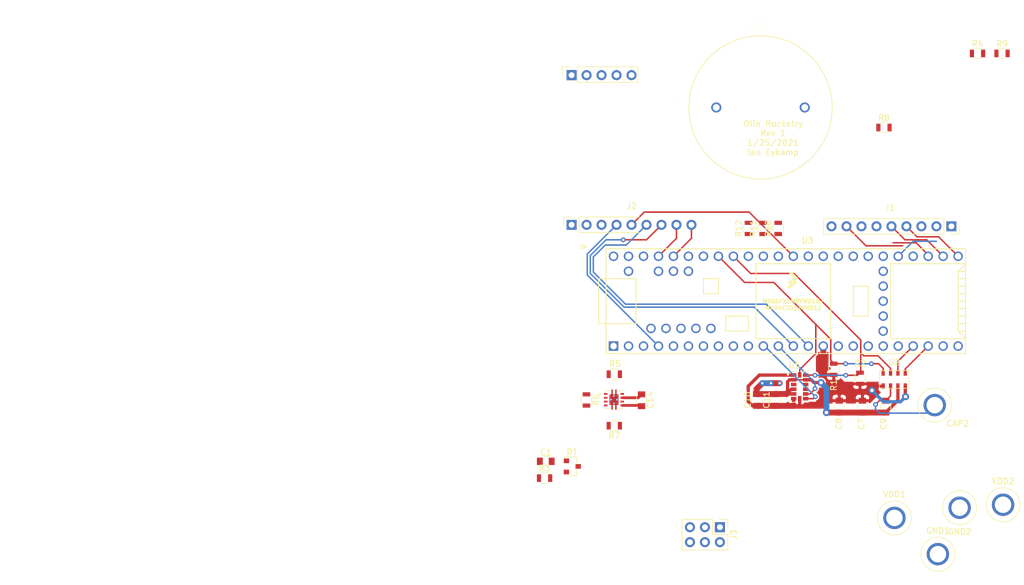
<source format=kicad_pcb>
(kicad_pcb (version 20171130) (host pcbnew "(5.1.7)-1")

  (general
    (thickness 1.6)
    (drawings 18)
    (tracks 171)
    (zones 0)
    (modules 33)
    (nets 33)
  )

  (page A4)
  (layers
    (0 F.Cu signal)
    (31 B.Cu signal)
    (32 B.Adhes user)
    (33 F.Adhes user)
    (34 B.Paste user)
    (35 F.Paste user)
    (36 B.SilkS user)
    (37 F.SilkS user)
    (38 B.Mask user)
    (39 F.Mask user)
    (40 Dwgs.User user)
    (41 Cmts.User user)
    (42 Eco1.User user)
    (43 Eco2.User user hide)
    (44 Edge.Cuts user)
    (45 Margin user)
    (46 B.CrtYd user)
    (47 F.CrtYd user)
    (48 B.Fab user)
    (49 F.Fab user)
  )

  (setup
    (last_trace_width 0.25)
    (user_trace_width 0.475)
    (user_trace_width 0.55)
    (user_trace_width 0.9)
    (user_trace_width 1)
    (trace_clearance 0.2)
    (zone_clearance 0.25)
    (zone_45_only yes)
    (trace_min 0.2)
    (via_size 0.8)
    (via_drill 0.4)
    (via_min_size 0.4)
    (via_min_drill 0.3)
    (user_via 1.2 0.6)
    (uvia_size 0.3)
    (uvia_drill 0.1)
    (uvias_allowed no)
    (uvia_min_size 0.2)
    (uvia_min_drill 0.1)
    (edge_width 0.05)
    (segment_width 0.2)
    (pcb_text_width 0.3)
    (pcb_text_size 1.5 1.5)
    (mod_edge_width 0.12)
    (mod_text_size 1 1)
    (mod_text_width 0.15)
    (pad_size 1.524 1.524)
    (pad_drill 0.762)
    (pad_to_mask_clearance 0)
    (aux_axis_origin 0 0)
    (visible_elements 7FFFFFFF)
    (pcbplotparams
      (layerselection 0x010fc_ffffffff)
      (usegerberextensions false)
      (usegerberattributes true)
      (usegerberadvancedattributes true)
      (creategerberjobfile true)
      (excludeedgelayer true)
      (linewidth 0.100000)
      (plotframeref false)
      (viasonmask false)
      (mode 1)
      (useauxorigin false)
      (hpglpennumber 1)
      (hpglpenspeed 20)
      (hpglpendiameter 15.000000)
      (psnegative false)
      (psa4output false)
      (plotreference true)
      (plotvalue true)
      (plotinvisibletext false)
      (padsonsilk false)
      (subtractmaskfromsilk false)
      (outputformat 1)
      (mirror false)
      (drillshape 1)
      (scaleselection 1)
      (outputdirectory "C:/Users/ieykamp/Documents/KiCAD/Olin_Rocketry/sensing/hardware/rev1/kicadpos"))
  )

  (net 0 "")
  (net 1 GND)
  (net 2 "Net-(C9-Pad1)")
  (net 3 SDA_TEENSY)
  (net 4 SCL_TEENSY)
  (net 5 INT2_MPL3115A2)
  (net 6 INT1_MPL3115A2)
  (net 7 TX)
  (net 8 RX)
  (net 9 ENABLE_GPS)
  (net 10 INT2_ADXL345)
  (net 11 INT1_ADXL345)
  (net 12 "Net-(U5-Pad11)")
  (net 13 SCK_RFM9X)
  (net 14 G0_RFM9X)
  (net 15 MISO_RFM9X)
  (net 16 MOSI_RFM9X)
  (net 17 CS_RFM9X)
  (net 18 RST_RFM9X)
  (net 19 3.3VBMS)
  (net 20 3.3V_TEENSY)
  (net 21 BMS_to_Teensy)
  (net 22 MAIN_DEPLOY)
  (net 23 DROGUE_DEPLOY)
  (net 24 3.3VBMS_Backup)
  (net 25 BUZZER)
  (net 26 "Net-(R5-Pad1)")
  (net 27 "Net-(R7-Pad2)")
  (net 28 BMS_TO_ZENER)
  (net 29 LED1)
  (net 30 LED2)
  (net 31 LED3)
  (net 32 LED4)

  (net_class Default "This is the default net class."
    (clearance 0.2)
    (trace_width 0.25)
    (via_dia 0.8)
    (via_drill 0.4)
    (uvia_dia 0.3)
    (uvia_drill 0.1)
    (add_net 3.3VBMS)
    (add_net 3.3VBMS_Backup)
    (add_net 3.3V_TEENSY)
    (add_net BMS_TO_ZENER)
    (add_net BMS_to_Teensy)
    (add_net BUZZER)
    (add_net CS_RFM9X)
    (add_net DROGUE_DEPLOY)
    (add_net ENABLE_GPS)
    (add_net G0_RFM9X)
    (add_net GND)
    (add_net INT1_ADXL345)
    (add_net INT1_MPL3115A2)
    (add_net INT2_ADXL345)
    (add_net INT2_MPL3115A2)
    (add_net LED1)
    (add_net LED2)
    (add_net LED3)
    (add_net LED4)
    (add_net MAIN_DEPLOY)
    (add_net MISO_RFM9X)
    (add_net MOSI_RFM9X)
    (add_net "Net-(C9-Pad1)")
    (add_net "Net-(R5-Pad1)")
    (add_net "Net-(R7-Pad2)")
    (add_net "Net-(U5-Pad11)")
    (add_net RST_RFM9X)
    (add_net RX)
    (add_net SCK_RFM9X)
    (add_net SCL_TEENSY)
    (add_net SDA_TEENSY)
    (add_net TX)
  )

  (module footprints:C_0805_OEM (layer F.Cu) (tedit 60032B54) (tstamp 60031714)
    (at 157.6451 112.8903 270)
    (descr "Capacitor SMD 0805, reflow soldering, AVX (see smccp.pdf)")
    (tags "capacitor 0805")
    (path /5F97B20B)
    (attr smd)
    (fp_text reference C7 (at 2.9464 0.1778 270) (layer F.SilkS)
      (effects (font (size 1 1) (thickness 0.15)))
    )
    (fp_text value 100n (at 5.9182 0.127 270) (layer F.Fab) hide
      (effects (font (size 1 1) (thickness 0.15)) (justify mirror))
    )
    (fp_line (start 1.75 -0.87) (end -1.75 -0.87) (layer B.CrtYd) (width 0.05))
    (fp_line (start 1.75 -0.87) (end 1.75 0.88) (layer B.CrtYd) (width 0.05))
    (fp_line (start -1.75 0.88) (end -1.75 -0.87) (layer B.CrtYd) (width 0.05))
    (fp_line (start -1.75 0.88) (end 1.75 0.88) (layer B.CrtYd) (width 0.05))
    (fp_line (start -0.5 -0.85) (end 0.5 -0.85) (layer F.SilkS) (width 0.12))
    (fp_line (start 0.5 0.85) (end -0.5 0.85) (layer F.SilkS) (width 0.12))
    (fp_line (start -1 0.62) (end 1 0.62) (layer F.Fab) (width 0.1))
    (fp_line (start 1 0.62) (end 1 -0.62) (layer F.Fab) (width 0.1))
    (fp_line (start 1 -0.62) (end -1 -0.62) (layer F.Fab) (width 0.1))
    (fp_line (start -1 -0.62) (end -1 0.62) (layer F.Fab) (width 0.1))
    (pad 2 smd rect (at 1 0 270) (size 1 1.25) (layers F.Cu F.Paste F.Mask)
      (net 1 GND))
    (pad 1 smd rect (at -1 0 270) (size 1 1.25) (layers F.Cu F.Paste F.Mask)
      (net 20 3.3V_TEENSY))
    (model /home/josh/Formula/OEM_Preferred_Parts/3DModels/C_0805_OEM/C_0805.wrl
      (at (xyz 0 0 0))
      (scale (xyz 1 1 1))
      (rotate (xyz 0 0 0))
    )
  )

  (module footprints:C_0805_OEM (layer F.Cu) (tedit 60032B5E) (tstamp 60031724)
    (at 153.7081 112.8903 270)
    (descr "Capacitor SMD 0805, reflow soldering, AVX (see smccp.pdf)")
    (tags "capacitor 0805")
    (path /60279C52)
    (attr smd)
    (fp_text reference C8 (at 2.9464 0.0508 270) (layer F.SilkS)
      (effects (font (size 1 1) (thickness 0.15)))
    )
    (fp_text value 10u (at 5.4356 -0.0508 270) (layer F.Fab) hide
      (effects (font (size 1 1) (thickness 0.15)) (justify mirror))
    )
    (fp_line (start -1 -0.62) (end -1 0.62) (layer F.Fab) (width 0.1))
    (fp_line (start 1 -0.62) (end -1 -0.62) (layer F.Fab) (width 0.1))
    (fp_line (start 1 0.62) (end 1 -0.62) (layer F.Fab) (width 0.1))
    (fp_line (start -1 0.62) (end 1 0.62) (layer F.Fab) (width 0.1))
    (fp_line (start 0.5 0.85) (end -0.5 0.85) (layer F.SilkS) (width 0.12))
    (fp_line (start -0.5 -0.85) (end 0.5 -0.85) (layer F.SilkS) (width 0.12))
    (fp_line (start -1.75 0.88) (end 1.75 0.88) (layer B.CrtYd) (width 0.05))
    (fp_line (start -1.75 0.88) (end -1.75 -0.87) (layer B.CrtYd) (width 0.05))
    (fp_line (start 1.75 -0.87) (end 1.75 0.88) (layer B.CrtYd) (width 0.05))
    (fp_line (start 1.75 -0.87) (end -1.75 -0.87) (layer B.CrtYd) (width 0.05))
    (pad 1 smd rect (at -1 0 270) (size 1 1.25) (layers F.Cu F.Paste F.Mask)
      (net 20 3.3V_TEENSY))
    (pad 2 smd rect (at 1 0 270) (size 1 1.25) (layers F.Cu F.Paste F.Mask)
      (net 1 GND))
    (model /home/josh/Formula/OEM_Preferred_Parts/3DModels/C_0805_OEM/C_0805.wrl
      (at (xyz 0 0 0))
      (scale (xyz 1 1 1))
      (rotate (xyz 0 0 0))
    )
  )

  (module footprints:C_0805_OEM (layer F.Cu) (tedit 60032B4F) (tstamp 60031734)
    (at 161.5821 112.8903 270)
    (descr "Capacitor SMD 0805, reflow soldering, AVX (see smccp.pdf)")
    (tags "capacitor 0805")
    (path /60279C54)
    (attr smd)
    (fp_text reference C9 (at 2.9464 0.3556 270) (layer F.SilkS)
      (effects (font (size 1 1) (thickness 0.15)))
    )
    (fp_text value 100n (at 5.9182 0.5842 270) (layer F.Fab) hide
      (effects (font (size 1 1) (thickness 0.15)) (justify mirror))
    )
    (fp_line (start -1 -0.62) (end -1 0.62) (layer F.Fab) (width 0.1))
    (fp_line (start 1 -0.62) (end -1 -0.62) (layer F.Fab) (width 0.1))
    (fp_line (start 1 0.62) (end 1 -0.62) (layer F.Fab) (width 0.1))
    (fp_line (start -1 0.62) (end 1 0.62) (layer F.Fab) (width 0.1))
    (fp_line (start 0.5 0.85) (end -0.5 0.85) (layer F.SilkS) (width 0.12))
    (fp_line (start -0.5 -0.85) (end 0.5 -0.85) (layer F.SilkS) (width 0.12))
    (fp_line (start -1.75 0.88) (end 1.75 0.88) (layer B.CrtYd) (width 0.05))
    (fp_line (start -1.75 0.88) (end -1.75 -0.87) (layer B.CrtYd) (width 0.05))
    (fp_line (start 1.75 -0.87) (end 1.75 0.88) (layer B.CrtYd) (width 0.05))
    (fp_line (start 1.75 -0.87) (end -1.75 -0.87) (layer B.CrtYd) (width 0.05))
    (pad 1 smd rect (at -1 0 270) (size 1 1.25) (layers F.Cu F.Paste F.Mask)
      (net 2 "Net-(C9-Pad1)"))
    (pad 2 smd rect (at 1 0 270) (size 1 1.25) (layers F.Cu F.Paste F.Mask)
      (net 1 GND))
    (model /home/josh/Formula/OEM_Preferred_Parts/3DModels/C_0805_OEM/C_0805.wrl
      (at (xyz 0 0 0))
      (scale (xyz 1 1 1))
      (rotate (xyz 0 0 0))
    )
  )

  (module footprints:R_0805_OEM (layer F.Cu) (tedit 60033A85) (tstamp 60031744)
    (at 152.781 106.553 90)
    (descr "Resistor SMD 0805, reflow soldering, Vishay (see dcrcw.pdf)")
    (tags "resistor 0805")
    (path /6063CB2A)
    (attr smd)
    (fp_text reference R1 (at -2.6924 0 -90) (layer F.SilkS)
      (effects (font (size 1 1) (thickness 0.15)))
    )
    (fp_text value R_4.99K (at -8.5725 -5.8674 -90) (layer F.Fab) hide
      (effects (font (size 1 1) (thickness 0.15)) (justify mirror))
    )
    (fp_line (start -1 -0.62) (end -1 0.62) (layer F.Fab) (width 0.1))
    (fp_line (start 1 -0.62) (end -1 -0.62) (layer F.Fab) (width 0.1))
    (fp_line (start 1 0.62) (end 1 -0.62) (layer F.Fab) (width 0.1))
    (fp_line (start -1 0.62) (end 1 0.62) (layer F.Fab) (width 0.1))
    (fp_line (start 0.6 -0.88) (end -0.6 -0.88) (layer F.SilkS) (width 0.12))
    (fp_line (start -0.6 0.88) (end 0.6 0.88) (layer F.SilkS) (width 0.12))
    (fp_line (start -1.55 0.9) (end 1.55 0.9) (layer B.CrtYd) (width 0.05))
    (fp_line (start -1.55 0.9) (end -1.55 -0.9) (layer B.CrtYd) (width 0.05))
    (fp_line (start 1.55 -0.9) (end 1.55 0.9) (layer B.CrtYd) (width 0.05))
    (fp_line (start 1.55 -0.9) (end -1.55 -0.9) (layer B.CrtYd) (width 0.05))
    (pad 1 smd rect (at -0.95 0 90) (size 0.7 1.3) (layers F.Cu F.Paste F.Mask)
      (net 20 3.3V_TEENSY))
    (pad 2 smd rect (at 0.95 0 90) (size 0.7 1.3) (layers F.Cu F.Paste F.Mask)
      (net 4 SCL_TEENSY))
    (model "/home/josh/Formula/OEM_Preferred_Parts/3DModels/WRL Files/res0805.wrl"
      (at (xyz 0 0 0))
      (scale (xyz 1 1 1))
      (rotate (xyz 0 0 0))
    )
  )

  (module footprints:R_0805_OEM (layer F.Cu) (tedit 6068C6F5) (tstamp 60031754)
    (at 157.226 108.077 90)
    (descr "Resistor SMD 0805, reflow soldering, Vishay (see dcrcw.pdf)")
    (tags "resistor 0805")
    (path /6063DCFA)
    (attr smd)
    (fp_text reference R2 (at 2.5146 0 180) (layer F.SilkS)
      (effects (font (size 1 1) (thickness 0.15)))
    )
    (fp_text value R_4.99K (at 2.3495 2.5527 270) (layer F.Fab) hide
      (effects (font (size 1 1) (thickness 0.15)) (justify mirror))
    )
    (fp_line (start 1.55 -0.9) (end -1.55 -0.9) (layer B.CrtYd) (width 0.05))
    (fp_line (start 1.55 -0.9) (end 1.55 0.9) (layer B.CrtYd) (width 0.05))
    (fp_line (start -1.55 0.9) (end -1.55 -0.9) (layer B.CrtYd) (width 0.05))
    (fp_line (start -1.55 0.9) (end 1.55 0.9) (layer B.CrtYd) (width 0.05))
    (fp_line (start -0.6 0.88) (end 0.6 0.88) (layer F.SilkS) (width 0.12))
    (fp_line (start 0.6 -0.88) (end -0.6 -0.88) (layer F.SilkS) (width 0.12))
    (fp_line (start -1 0.62) (end 1 0.62) (layer F.Fab) (width 0.1))
    (fp_line (start 1 0.62) (end 1 -0.62) (layer F.Fab) (width 0.1))
    (fp_line (start 1 -0.62) (end -1 -0.62) (layer F.Fab) (width 0.1))
    (fp_line (start -1 -0.62) (end -1 0.62) (layer F.Fab) (width 0.1))
    (pad 2 smd rect (at 0.95 0 90) (size 0.7 1.3) (layers F.Cu F.Paste F.Mask)
      (net 3 SDA_TEENSY))
    (pad 1 smd rect (at -0.95 0 90) (size 0.7 1.3) (layers F.Cu F.Paste F.Mask)
      (net 20 3.3V_TEENSY))
    (model "/home/josh/Formula/OEM_Preferred_Parts/3DModels/WRL Files/res0805.wrl"
      (at (xyz 0 0 0))
      (scale (xyz 1 1 1))
      (rotate (xyz 0 0 0))
    )
  )

  (module MPL3115A2_barometer:MPL3115A2 (layer F.Cu) (tedit 6068C6FD) (tstamp 600317D5)
    (at 163.0299 108.2929 270)
    (path /5FF5B454)
    (attr smd)
    (fp_text reference U2 (at -2.9337 0.0127 180) (layer F.SilkS)
      (effects (font (size 1 1) (thickness 0.15)))
    )
    (fp_text value MPL3115A2 (at 1.0668 6.5278 90) (layer F.Fab)
      (effects (font (size 1 1) (thickness 0.15)) (justify mirror))
    )
    (fp_line (start -1.5 -2.5) (end -1.5 2.5) (layer F.SilkS) (width 0.12))
    (fp_line (start 1.5 -2.5) (end -1.5 -2.5) (layer F.SilkS) (width 0.12))
    (fp_line (start 1.5 2.5) (end 1.5 -2.5) (layer F.SilkS) (width 0.12))
    (fp_line (start -1.5 2.5) (end 1.5 2.5) (layer F.SilkS) (width 0.12))
    (pad 1 smd rect (at 1.125 1.875 270) (size 0.95 0.55) (layers F.Cu F.Paste F.Mask)
      (net 20 3.3V_TEENSY))
    (pad 2 smd rect (at 1.125 0.625 270) (size 0.95 0.55) (layers F.Cu F.Paste F.Mask)
      (net 2 "Net-(C9-Pad1)"))
    (pad 3 smd rect (at 1.125 -0.625 270) (size 0.95 0.55) (layers F.Cu F.Paste F.Mask)
      (net 1 GND))
    (pad 4 smd rect (at 1.125 -1.875 270) (size 0.95 0.55) (layers F.Cu F.Paste F.Mask)
      (net 20 3.3V_TEENSY))
    (pad 5 smd rect (at -1.125 -1.875 270) (size 0.95 0.55) (layers F.Cu F.Paste F.Mask)
      (net 5 INT2_MPL3115A2))
    (pad 6 smd rect (at -1.125 -0.625 270) (size 0.95 0.55) (layers F.Cu F.Paste F.Mask)
      (net 6 INT1_MPL3115A2))
    (pad 7 smd rect (at -1.125 0.625 270) (size 0.95 0.55) (layers F.Cu F.Paste F.Mask)
      (net 3 SDA_TEENSY))
    (pad 8 smd rect (at -1.125 1.875 270) (size 0.95 0.55) (layers F.Cu F.Paste F.Mask)
      (net 4 SCL_TEENSY))
  )

  (module footprints:Teensy3-6 (layer B.Cu) (tedit 600F572B) (tstamp 6003184A)
    (at 144.653 94.996)
    (path /60876FE4)
    (fp_text reference U3 (at 3.683 -10.287) (layer F.SilkS)
      (effects (font (size 1 1) (thickness 0.15)))
    )
    (fp_text value Teensy3.6 (at 22.2758 10.414) (layer F.Fab)
      (effects (font (size 1 1) (thickness 0.15)))
    )
    (fp_poly (pts (xy 1.27 -3.81) (xy 1.524 -3.556) (xy 1.143 -3.302) (xy 0.889 -3.556)) (layer F.SilkS) (width 0.1))
    (fp_poly (pts (xy 1.397 -4.572) (xy 1.651 -4.318) (xy 1.27 -4.064) (xy 1.016 -4.318)) (layer F.SilkS) (width 0.1))
    (fp_poly (pts (xy 1.651 -3.429) (xy 1.905 -3.175) (xy 1.524 -2.921) (xy 1.27 -3.175)) (layer F.SilkS) (width 0.1))
    (fp_poly (pts (xy 1.143 -3.048) (xy 1.397 -2.794) (xy 1.016 -2.54) (xy 0.762 -2.794)) (layer F.SilkS) (width 0.1))
    (fp_poly (pts (xy 1.778 -4.191) (xy 2.032 -3.937) (xy 1.651 -3.683) (xy 1.397 -3.937)) (layer F.SilkS) (width 0.1))
    (fp_poly (pts (xy 0.635 -2.667) (xy 0.889 -2.413) (xy 0.508 -2.159) (xy 0.254 -2.413)) (layer F.SilkS) (width 0.1))
    (fp_poly (pts (xy 0.762 -3.429) (xy 1.016 -3.175) (xy 0.635 -2.921) (xy 0.381 -3.175)) (layer F.SilkS) (width 0.1))
    (fp_poly (pts (xy 1.016 -4.953) (xy 1.27 -4.699) (xy 0.889 -4.445) (xy 0.635 -4.699)) (layer F.SilkS) (width 0.1))
    (fp_line (start -30.48 8.89) (end -30.48 -8.89) (layer F.SilkS) (width 0.15))
    (fp_line (start 30.48 -8.89) (end 30.48 8.89) (layer F.SilkS) (width 0.15))
    (fp_line (start 11.43 -2.54) (end 13.97 -2.54) (layer F.SilkS) (width 0.15))
    (fp_line (start 11.43 2.54) (end 11.43 -2.54) (layer F.SilkS) (width 0.15))
    (fp_line (start 13.97 2.54) (end 11.43 2.54) (layer F.SilkS) (width 0.15))
    (fp_line (start 13.97 -2.54) (end 13.97 2.54) (layer F.SilkS) (width 0.15))
    (fp_line (start -25.4 3.81) (end -30.48 3.81) (layer F.SilkS) (width 0.15))
    (fp_line (start -25.4 -3.81) (end -30.48 -3.81) (layer F.SilkS) (width 0.15))
    (fp_line (start -25.4 3.81) (end -25.4 -3.81) (layer F.SilkS) (width 0.15))
    (fp_line (start -31.75 -3.81) (end -30.48 -3.81) (layer F.SilkS) (width 0.15))
    (fp_line (start -31.75 3.81) (end -31.75 -3.81) (layer F.SilkS) (width 0.15))
    (fp_line (start -30.48 3.81) (end -31.75 3.81) (layer F.SilkS) (width 0.15))
    (fp_line (start -30.48 8.89) (end 30.48 8.89) (layer F.SilkS) (width 0.15))
    (fp_line (start 30.48 -8.89) (end -30.48 -8.89) (layer F.SilkS) (width 0.15))
    (fp_line (start 17.78 6.35) (end 30.48 6.35) (layer F.SilkS) (width 0.15))
    (fp_line (start 17.78 -6.35) (end 17.78 6.35) (layer F.SilkS) (width 0.15))
    (fp_line (start 30.48 -6.35) (end 17.78 -6.35) (layer F.SilkS) (width 0.15))
    (fp_line (start 29.21 -5.08) (end 30.48 -6.35) (layer F.SilkS) (width 0.15))
    (fp_line (start 29.21 5.08) (end 29.21 -5.08) (layer F.SilkS) (width 0.15))
    (fp_line (start 30.48 6.35) (end 29.21 5.08) (layer F.SilkS) (width 0.15))
    (fp_line (start 29.21 -5.08) (end 30.48 -5.08) (layer F.SilkS) (width 0.15))
    (fp_line (start 29.21 -3.81) (end 30.48 -3.81) (layer F.SilkS) (width 0.15))
    (fp_line (start 29.21 -2.54) (end 30.48 -2.54) (layer F.SilkS) (width 0.15))
    (fp_line (start 29.21 -1.27) (end 30.48 -1.27) (layer F.SilkS) (width 0.15))
    (fp_line (start 29.21 0) (end 30.48 0) (layer F.SilkS) (width 0.15))
    (fp_line (start 29.21 1.27) (end 30.48 1.27) (layer F.SilkS) (width 0.15))
    (fp_line (start 29.21 2.54) (end 30.48 2.54) (layer F.SilkS) (width 0.15))
    (fp_line (start 29.21 3.81) (end 30.48 3.81) (layer F.SilkS) (width 0.15))
    (fp_line (start 29.21 5.08) (end 30.48 5.08) (layer F.SilkS) (width 0.15))
    (fp_line (start -5.08 -6.35) (end 7.62 -6.35) (layer F.SilkS) (width 0.15))
    (fp_line (start -5.08 6.35) (end 7.62 6.35) (layer F.SilkS) (width 0.15))
    (fp_line (start -5.08 -6.35) (end -5.08 6.35) (layer F.SilkS) (width 0.15))
    (fp_line (start 7.62 6.35) (end 7.62 -6.35) (layer F.SilkS) (width 0.15))
    (fp_line (start -6.35 2.54) (end -6.35 5.08) (layer F.SilkS) (width 0.15))
    (fp_line (start -10.16 2.54) (end -6.35 2.54) (layer F.SilkS) (width 0.15))
    (fp_line (start -10.16 5.08) (end -10.16 2.54) (layer F.SilkS) (width 0.15))
    (fp_line (start -6.35 5.08) (end -10.16 5.08) (layer F.SilkS) (width 0.15))
    (fp_line (start -11.43 -3.81) (end -13.97 -3.81) (layer F.SilkS) (width 0.15))
    (fp_line (start -11.43 -1.27) (end -11.43 -3.81) (layer F.SilkS) (width 0.15))
    (fp_line (start -13.97 -1.27) (end -11.43 -1.27) (layer F.SilkS) (width 0.15))
    (fp_line (start -13.97 -3.81) (end -13.97 -1.27) (layer F.SilkS) (width 0.15))
    (fp_text user MK66FX1MBVMD18/ (at 1.27 0) (layer F.SilkS)
      (effects (font (size 0.7 0.7) (thickness 0.15)))
    )
    (fp_text user MK64FX512VMD12 (at 1.27 1.143) (layer F.SilkS)
      (effects (font (size 0.7 0.7) (thickness 0.15)))
    )
    (pad 17 thru_hole circle (at 11.43 7.62) (size 1.6 1.6) (drill 1.1) (layers *.Cu *.Mask))
    (pad 18 thru_hole circle (at 13.97 7.62) (size 1.6 1.6) (drill 1.1) (layers *.Cu *.Mask))
    (pad 19 thru_hole circle (at 16.51 7.62) (size 1.6 1.6) (drill 1.1) (layers *.Cu *.Mask))
    (pad 20 thru_hole circle (at 19.05 7.62) (size 1.6 1.6) (drill 1.1) (layers *.Cu *.Mask))
    (pad 16 thru_hole circle (at 8.89 7.62) (size 1.6 1.6) (drill 1.1) (layers *.Cu *.Mask))
    (pad 15 thru_hole circle (at 6.35 7.62) (size 1.6 1.6) (drill 1.1) (layers *.Cu *.Mask)
      (net 20 3.3V_TEENSY))
    (pad 14 thru_hole circle (at 3.81 7.62) (size 1.6 1.6) (drill 1.1) (layers *.Cu *.Mask)
      (net 15 MISO_RFM9X))
    (pad 21 thru_hole circle (at 21.59 7.62) (size 1.6 1.6) (drill 1.1) (layers *.Cu *.Mask)
      (net 6 INT1_MPL3115A2))
    (pad 22 thru_hole circle (at 24.13 7.62) (size 1.6 1.6) (drill 1.1) (layers *.Cu *.Mask)
      (net 5 INT2_MPL3115A2))
    (pad 23 thru_hole circle (at 26.67 7.62) (size 1.6 1.6) (drill 1.1) (layers *.Cu *.Mask))
    (pad 24 thru_hole circle (at 29.21 7.62) (size 1.6 1.6) (drill 1.1) (layers *.Cu *.Mask))
    (pad 25 thru_hole circle (at 16.51 5.08) (size 1.6 1.6) (drill 1.1) (layers *.Cu *.Mask))
    (pad 26 thru_hole circle (at 16.51 2.54) (size 1.6 1.6) (drill 1.1) (layers *.Cu *.Mask))
    (pad 27 thru_hole circle (at 16.51 0) (size 1.6 1.6) (drill 1.1) (layers *.Cu *.Mask))
    (pad 28 thru_hole circle (at 16.51 -2.54) (size 1.6 1.6) (drill 1.1) (layers *.Cu *.Mask))
    (pad 29 thru_hole circle (at 16.51 -5.08) (size 1.6 1.6) (drill 1.1) (layers *.Cu *.Mask))
    (pad 30 thru_hole circle (at 29.21 -7.62) (size 1.6 1.6) (drill 1.1) (layers *.Cu *.Mask)
      (net 8 RX))
    (pad 31 thru_hole circle (at 26.67 -7.62) (size 1.6 1.6) (drill 1.1) (layers *.Cu *.Mask)
      (net 7 TX))
    (pad 32 thru_hole circle (at 24.13 -7.62) (size 1.6 1.6) (drill 1.1) (layers *.Cu *.Mask)
      (net 9 ENABLE_GPS))
    (pad 33 thru_hole circle (at 21.59 -7.62) (size 1.6 1.6) (drill 1.1) (layers *.Cu *.Mask)
      (net 25 BUZZER))
    (pad 34 thru_hole circle (at 19.05 -7.62) (size 1.6 1.6) (drill 1.1) (layers *.Cu *.Mask)
      (net 29 LED1))
    (pad 35 thru_hole circle (at 16.51 -7.62) (size 1.6 1.6) (drill 1.1) (layers *.Cu *.Mask))
    (pad 36 thru_hole circle (at 13.97 -7.62) (size 1.6 1.6) (drill 1.1) (layers *.Cu *.Mask))
    (pad 37 thru_hole circle (at 11.43 -7.62) (size 1.6 1.6) (drill 1.1) (layers *.Cu *.Mask))
    (pad 13 thru_hole circle (at 1.27 7.62) (size 1.6 1.6) (drill 1.1) (layers *.Cu *.Mask)
      (net 16 MOSI_RFM9X))
    (pad 12 thru_hole circle (at -1.27 7.62) (size 1.6 1.6) (drill 1.1) (layers *.Cu *.Mask)
      (net 10 INT2_ADXL345))
    (pad 11 thru_hole circle (at -3.81 7.62) (size 1.6 1.6) (drill 1.1) (layers *.Cu *.Mask)
      (net 11 INT1_ADXL345))
    (pad 10 thru_hole circle (at -6.35 7.62) (size 1.6 1.6) (drill 1.1) (layers *.Cu *.Mask))
    (pad 9 thru_hole circle (at -8.89 7.62) (size 1.6 1.6) (drill 1.1) (layers *.Cu *.Mask))
    (pad 8 thru_hole circle (at -11.43 7.62) (size 1.6 1.6) (drill 1.1) (layers *.Cu *.Mask)
      (net 23 DROGUE_DEPLOY))
    (pad 7 thru_hole circle (at -13.97 7.62) (size 1.6 1.6) (drill 1.1) (layers *.Cu *.Mask)
      (net 22 MAIN_DEPLOY))
    (pad 6 thru_hole circle (at -16.51 7.62) (size 1.6 1.6) (drill 1.1) (layers *.Cu *.Mask))
    (pad 5 thru_hole circle (at -19.05 7.62) (size 1.6 1.6) (drill 1.1) (layers *.Cu *.Mask))
    (pad 4 thru_hole circle (at -21.59 7.62) (size 1.6 1.6) (drill 1.1) (layers *.Cu *.Mask)
      (net 14 G0_RFM9X))
    (pad 3 thru_hole circle (at -24.13 7.62) (size 1.6 1.6) (drill 1.1) (layers *.Cu *.Mask))
    (pad 2 thru_hole circle (at -26.67 7.62) (size 1.6 1.6) (drill 1.1) (layers *.Cu *.Mask))
    (pad 1 thru_hole rect (at -29.21 7.62) (size 1.6 1.6) (drill 1.1) (layers *.Cu *.Mask)
      (net 1 GND))
    (pad 38 thru_hole circle (at 8.89 -7.62) (size 1.6 1.6) (drill 1.1) (layers *.Cu *.Mask))
    (pad 39 thru_hole circle (at 6.35 -7.62) (size 1.6 1.6) (drill 1.1) (layers *.Cu *.Mask)
      (net 1 GND))
    (pad 40 thru_hole circle (at 3.81 -7.62) (size 1.6 1.6) (drill 1.1) (layers *.Cu *.Mask))
    (pad 41 thru_hole circle (at 1.27 -7.62) (size 1.6 1.6) (drill 1.1) (layers *.Cu *.Mask)
      (net 13 SCK_RFM9X))
    (pad 42 thru_hole circle (at -1.27 -7.62) (size 1.6 1.6) (drill 1.1) (layers *.Cu *.Mask)
      (net 30 LED2))
    (pad 43 thru_hole circle (at -3.81 -7.62) (size 1.6 1.6) (drill 1.1) (layers *.Cu *.Mask)
      (net 31 LED3))
    (pad 44 thru_hole circle (at -6.35 -7.62) (size 1.6 1.6) (drill 1.1) (layers *.Cu *.Mask)
      (net 32 LED4))
    (pad 45 thru_hole circle (at -8.89 -7.62) (size 1.6 1.6) (drill 1.1) (layers *.Cu *.Mask)
      (net 3 SDA_TEENSY))
    (pad 46 thru_hole circle (at -11.43 -7.62) (size 1.6 1.6) (drill 1.1) (layers *.Cu *.Mask)
      (net 4 SCL_TEENSY))
    (pad 47 thru_hole circle (at -13.97 -7.62) (size 1.6 1.6) (drill 1.1) (layers *.Cu *.Mask))
    (pad 48 thru_hole circle (at -16.51 -7.62) (size 1.6 1.6) (drill 1.1) (layers *.Cu *.Mask))
    (pad 49 thru_hole circle (at -19.05 -7.62) (size 1.6 1.6) (drill 1.1) (layers *.Cu *.Mask)
      (net 18 RST_RFM9X))
    (pad 50 thru_hole circle (at -21.59 -7.62) (size 1.6 1.6) (drill 1.1) (layers *.Cu *.Mask)
      (net 17 CS_RFM9X))
    (pad 51 thru_hole circle (at -24.13 -7.62) (size 1.6 1.6) (drill 1.1) (layers *.Cu *.Mask))
    (pad 52 thru_hole circle (at -26.67 -7.62) (size 1.6 1.6) (drill 1.1) (layers *.Cu *.Mask))
    (pad 53 thru_hole circle (at -29.21 -7.62) (size 1.6 1.6) (drill 1.1) (layers *.Cu *.Mask)
      (net 21 BMS_to_Teensy))
    (pad 54 thru_hole circle (at -26.67 -5.08) (size 1.6 1.6) (drill 1.1) (layers *.Cu *.Mask))
    (pad 55 thru_hole circle (at -21.59 -5.08) (size 1.6 1.6) (drill 1.1) (layers *.Cu *.Mask))
    (pad 56 thru_hole circle (at -19.05 -5.08) (size 1.6 1.6) (drill 1.1) (layers *.Cu *.Mask))
    (pad 57 thru_hole circle (at -16.51 -5.08) (size 1.6 1.6) (drill 1.1) (layers *.Cu *.Mask))
    (pad 58 thru_hole circle (at -22.86 4.62) (size 1.6 1.6) (drill 1.1) (layers *.Cu *.Mask))
    (pad 59 thru_hole circle (at -20.32 4.62) (size 1.6 1.6) (drill 1.1) (layers *.Cu *.Mask))
    (pad 60 thru_hole circle (at -17.78 4.62) (size 1.6 1.6) (drill 1.1) (layers *.Cu *.Mask))
    (pad 61 thru_hole circle (at -15.24 4.62) (size 1.6 1.6) (drill 1.1) (layers *.Cu *.Mask))
    (pad 62 thru_hole circle (at -12.7 4.62) (size 1.6 1.6) (drill 1.1) (layers *.Cu *.Mask))
    (model ${KICAD_USER_DIR}/teensy.pretty/Teensy_3.6_Assembly.STEP
      (offset (xyz -30.48 0 0))
      (scale (xyz 1 1 1))
      (rotate (xyz 0 0 0))
    )
  )

  (module footprints:Test-Point-Pin_Drill2.79mm (layer F.Cu) (tedit 600E43B6) (tstamp 60075BD2)
    (at 169.9006 112.6363 180)
    (path /5FEA9553)
    (fp_text reference CAP2 (at -3.8735 -3.1115) (layer F.SilkS)
      (effects (font (size 1 1) (thickness 0.15)))
    )
    (fp_text value TestPoint (at 0 -4.05) (layer F.Fab)
      (effects (font (size 1 1) (thickness 0.15)) (justify mirror))
    )
    (fp_circle (center 0 0) (end 3.04 0) (layer B.CrtYd) (width 0.05))
    (fp_circle (center 0 0) (end 2.89 0.01) (layer F.SilkS) (width 0.1))
    (fp_circle (center 0 0) (end 2.79 0) (layer F.Fab) (width 0.1))
    (fp_text user %R (at 0 0.01) (layer F.Fab)
      (effects (font (size 0.5 0.5) (thickness 0.05)) (justify mirror))
    )
    (pad 1 thru_hole circle (at 0 0 180) (size 3.79 3.79) (drill 2.79) (layers *.Cu *.Mask)
      (net 2 "Net-(C9-Pad1)"))
  )

  (module footprints:Test-Point-Pin_Drill2.79mm (layer F.Cu) (tedit 5A9468D0) (tstamp 60075BDB)
    (at 170.434 137.922 180)
    (path /5FF68D98)
    (fp_text reference GND1 (at 0 3.98) (layer F.SilkS)
      (effects (font (size 1 1) (thickness 0.15)))
    )
    (fp_text value TestPoint (at 0 -4.05) (layer F.Fab)
      (effects (font (size 1 1) (thickness 0.15)) (justify mirror))
    )
    (fp_circle (center 0 0) (end 2.79 0) (layer F.Fab) (width 0.1))
    (fp_circle (center 0 0) (end 2.89 0.01) (layer F.SilkS) (width 0.1))
    (fp_circle (center 0 0) (end 3.04 0) (layer B.CrtYd) (width 0.05))
    (fp_text user %R (at 0 0.01) (layer F.Fab)
      (effects (font (size 0.5 0.5) (thickness 0.05)) (justify mirror))
    )
    (pad 1 thru_hole circle (at 0 0 180) (size 3.79 3.79) (drill 2.79) (layers *.Cu *.Mask)
      (net 1 GND))
  )

  (module footprints:Test-Point-Pin_Drill2.79mm (layer F.Cu) (tedit 60071DAC) (tstamp 60075BE4)
    (at 174.117 130.048 180)
    (path /60279C65)
    (fp_text reference GND2 (at 0 -4.064 180) (layer F.SilkS)
      (effects (font (size 1 1) (thickness 0.15)))
    )
    (fp_text value TestPoint (at 0 -4.05) (layer F.Fab)
      (effects (font (size 1 1) (thickness 0.15)) (justify mirror))
    )
    (fp_circle (center 0 0) (end 2.79 0) (layer F.Fab) (width 0.1))
    (fp_circle (center 0 0) (end 2.89 0.01) (layer F.SilkS) (width 0.1))
    (fp_circle (center 0 0) (end 3.04 0) (layer B.CrtYd) (width 0.05))
    (fp_text user %R (at 0 0.01) (layer F.Fab)
      (effects (font (size 0.5 0.5) (thickness 0.05)) (justify mirror))
    )
    (pad 1 thru_hole circle (at 0 0 180) (size 3.79 3.79) (drill 2.79) (layers *.Cu *.Mask)
      (net 1 GND))
  )

  (module footprints:Test-Point-Pin_Drill2.79mm (layer F.Cu) (tedit 5A9468D0) (tstamp 60075C08)
    (at 163.068 131.7752 180)
    (path /5FF680D8)
    (fp_text reference VDD1 (at 0 3.98) (layer F.SilkS)
      (effects (font (size 1 1) (thickness 0.15)))
    )
    (fp_text value TestPoint (at 0 -4.05) (layer F.Fab)
      (effects (font (size 1 1) (thickness 0.15)) (justify mirror))
    )
    (fp_circle (center 0 0) (end 3.04 0) (layer B.CrtYd) (width 0.05))
    (fp_circle (center 0 0) (end 2.89 0.01) (layer F.SilkS) (width 0.1))
    (fp_circle (center 0 0) (end 2.79 0) (layer F.Fab) (width 0.1))
    (fp_text user %R (at 0 0.01) (layer F.Fab)
      (effects (font (size 0.5 0.5) (thickness 0.05)) (justify mirror))
    )
    (pad 1 thru_hole circle (at 0 0 180) (size 3.79 3.79) (drill 2.79) (layers *.Cu *.Mask)
      (net 20 3.3V_TEENSY))
  )

  (module footprints:Test-Point-Pin_Drill2.79mm (layer F.Cu) (tedit 5A9468D0) (tstamp 60075C11)
    (at 181.483 129.54 180)
    (path /60279C64)
    (fp_text reference VDD2 (at 0 3.98) (layer F.SilkS)
      (effects (font (size 1 1) (thickness 0.15)))
    )
    (fp_text value TestPoint (at 0 -4.05) (layer F.Fab)
      (effects (font (size 1 1) (thickness 0.15)) (justify mirror))
    )
    (fp_circle (center 0 0) (end 3.04 0) (layer B.CrtYd) (width 0.05))
    (fp_circle (center 0 0) (end 2.89 0.01) (layer F.SilkS) (width 0.1))
    (fp_circle (center 0 0) (end 2.79 0) (layer F.Fab) (width 0.1))
    (fp_text user %R (at 0 0.01) (layer F.Fab)
      (effects (font (size 0.5 0.5) (thickness 0.05)) (justify mirror))
    )
    (pad 1 thru_hole circle (at 0 0 180) (size 3.79 3.79) (drill 2.79) (layers *.Cu *.Mask)
      (net 20 3.3V_TEENSY))
  )

  (module footprints:C_0805_OEM (layer F.Cu) (tedit 59F250E7) (tstamp 600B878C)
    (at 139.7 111.76 90)
    (descr "Capacitor SMD 0805, reflow soldering, AVX (see smccp.pdf)")
    (tags "capacitor 0805")
    (path /601B4236)
    (attr smd)
    (fp_text reference C10 (at 0 -1.5 90) (layer F.SilkS)
      (effects (font (size 1 1) (thickness 0.15)))
    )
    (fp_text value 100n (at 0 1.75 90) (layer F.Fab) hide
      (effects (font (size 1 1) (thickness 0.15)))
    )
    (fp_line (start 1.75 0.87) (end -1.75 0.87) (layer F.CrtYd) (width 0.05))
    (fp_line (start 1.75 0.87) (end 1.75 -0.88) (layer F.CrtYd) (width 0.05))
    (fp_line (start -1.75 -0.88) (end -1.75 0.87) (layer F.CrtYd) (width 0.05))
    (fp_line (start -1.75 -0.88) (end 1.75 -0.88) (layer F.CrtYd) (width 0.05))
    (fp_line (start -0.5 0.85) (end 0.5 0.85) (layer F.SilkS) (width 0.12))
    (fp_line (start 0.5 -0.85) (end -0.5 -0.85) (layer F.SilkS) (width 0.12))
    (fp_line (start -1 -0.62) (end 1 -0.62) (layer F.Fab) (width 0.1))
    (fp_line (start 1 -0.62) (end 1 0.62) (layer F.Fab) (width 0.1))
    (fp_line (start 1 0.62) (end -1 0.62) (layer F.Fab) (width 0.1))
    (fp_line (start -1 0.62) (end -1 -0.62) (layer F.Fab) (width 0.1))
    (pad 1 smd rect (at -1 0 90) (size 1 1.25) (layers F.Cu F.Paste F.Mask)
      (net 20 3.3V_TEENSY))
    (pad 2 smd rect (at 1 0 90) (size 1 1.25) (layers F.Cu F.Paste F.Mask)
      (net 1 GND))
    (model /home/josh/Formula/OEM_Preferred_Parts/3DModels/C_0805_OEM/C_0805.wrl
      (at (xyz 0 0 0))
      (scale (xyz 1 1 1))
      (rotate (xyz 0 0 0))
    )
  )

  (module footprints:C_0805_OEM (layer F.Cu) (tedit 59F250E7) (tstamp 600B879C)
    (at 142.875 111.76 90)
    (descr "Capacitor SMD 0805, reflow soldering, AVX (see smccp.pdf)")
    (tags "capacitor 0805")
    (path /601E6F2A)
    (attr smd)
    (fp_text reference C11 (at 0 -1.5 90) (layer F.SilkS)
      (effects (font (size 1 1) (thickness 0.15)))
    )
    (fp_text value 1u (at 0 1.75 90) (layer F.Fab) hide
      (effects (font (size 1 1) (thickness 0.15)))
    )
    (fp_line (start -1 0.62) (end -1 -0.62) (layer F.Fab) (width 0.1))
    (fp_line (start 1 0.62) (end -1 0.62) (layer F.Fab) (width 0.1))
    (fp_line (start 1 -0.62) (end 1 0.62) (layer F.Fab) (width 0.1))
    (fp_line (start -1 -0.62) (end 1 -0.62) (layer F.Fab) (width 0.1))
    (fp_line (start 0.5 -0.85) (end -0.5 -0.85) (layer F.SilkS) (width 0.12))
    (fp_line (start -0.5 0.85) (end 0.5 0.85) (layer F.SilkS) (width 0.12))
    (fp_line (start -1.75 -0.88) (end 1.75 -0.88) (layer F.CrtYd) (width 0.05))
    (fp_line (start -1.75 -0.88) (end -1.75 0.87) (layer F.CrtYd) (width 0.05))
    (fp_line (start 1.75 0.87) (end 1.75 -0.88) (layer F.CrtYd) (width 0.05))
    (fp_line (start 1.75 0.87) (end -1.75 0.87) (layer F.CrtYd) (width 0.05))
    (pad 2 smd rect (at 1 0 90) (size 1 1.25) (layers F.Cu F.Paste F.Mask)
      (net 1 GND))
    (pad 1 smd rect (at -1 0 90) (size 1 1.25) (layers F.Cu F.Paste F.Mask)
      (net 20 3.3V_TEENSY))
    (model /home/josh/Formula/OEM_Preferred_Parts/3DModels/C_0805_OEM/C_0805.wrl
      (at (xyz 0 0 0))
      (scale (xyz 1 1 1))
      (rotate (xyz 0 0 0))
    )
  )

  (module ADXL345_snapEda:ADXL345 (layer F.Cu) (tedit 600DB904) (tstamp 600B8806)
    (at 147.0025 109.5375)
    (path /600B429A)
    (attr smd)
    (fp_text reference U5 (at -0.889 -3.683) (layer F.SilkS)
      (effects (font (size 1 1) (thickness 0.15)))
    )
    (fp_text value ADXL345BCCZ (at 4.9056 3.1952) (layer F.Fab)
      (effects (font (size 0.48 0.48) (thickness 0.015)))
    )
    (fp_circle (center -2 -2.1) (end -1.9 -2.1) (layer F.Fab) (width 0.2))
    (fp_circle (center -2 -2.1) (end -1.9 -2.1) (layer F.SilkS) (width 0.2))
    (fp_line (start -1.75 2.75) (end -1.75 -2.75) (layer F.CrtYd) (width 0.05))
    (fp_line (start 1.75 2.75) (end -1.75 2.75) (layer F.CrtYd) (width 0.05))
    (fp_line (start 1.75 -2.75) (end 1.75 2.75) (layer F.CrtYd) (width 0.05))
    (fp_line (start -1.75 -2.75) (end 1.75 -2.75) (layer F.CrtYd) (width 0.05))
    (fp_line (start 0.62 2.619) (end 1.5 2.619) (layer F.SilkS) (width 0.127))
    (fp_line (start -1.5 2.619) (end -0.62 2.619) (layer F.SilkS) (width 0.127))
    (fp_line (start 0.62 -2.619) (end 1.5 -2.619) (layer F.SilkS) (width 0.127))
    (fp_line (start -1.5 -2.619) (end -0.62 -2.619) (layer F.SilkS) (width 0.127))
    (fp_line (start -1.5 2.5) (end -1.5 -2.5) (layer F.Fab) (width 0.127))
    (fp_line (start 1.5 2.5) (end -1.5 2.5) (layer F.Fab) (width 0.127))
    (fp_line (start 1.5 -2.5) (end 1.5 2.5) (layer F.Fab) (width 0.127))
    (fp_line (start -1.5 -2.5) (end 1.5 -2.5) (layer F.Fab) (width 0.127))
    (pad 1 smd rect (at -1.01 -2) (size 0.92 0.61) (layers F.Cu F.Paste F.Mask)
      (net 20 3.3V_TEENSY))
    (pad 2 smd rect (at -1.01 -1.2) (size 0.92 0.61) (layers F.Cu F.Paste F.Mask)
      (net 1 GND))
    (pad 3 smd rect (at -1.01 -0.4) (size 0.92 0.61) (layers F.Cu F.Paste F.Mask)
      (net 12 "Net-(U5-Pad11)"))
    (pad 4 smd rect (at -1.01 0.4) (size 0.92 0.61) (layers F.Cu F.Paste F.Mask)
      (net 1 GND))
    (pad 5 smd rect (at -1.01 1.2) (size 0.92 0.61) (layers F.Cu F.Paste F.Mask)
      (net 1 GND))
    (pad 6 smd rect (at -1.01 2) (size 0.92 0.61) (layers F.Cu F.Paste F.Mask)
      (net 20 3.3V_TEENSY))
    (pad 7 smd rect (at 0 2.01) (size 0.61 0.92) (layers F.Cu F.Paste F.Mask)
      (net 20 3.3V_TEENSY))
    (pad 8 smd rect (at 1.01 2) (size 0.92 0.61) (layers F.Cu F.Paste F.Mask)
      (net 11 INT1_ADXL345))
    (pad 9 smd rect (at 1.01 1.2) (size 0.92 0.61) (layers F.Cu F.Paste F.Mask)
      (net 10 INT2_ADXL345))
    (pad 10 smd rect (at 1.01 0.4) (size 0.92 0.61) (layers F.Cu F.Paste F.Mask))
    (pad 11 smd rect (at 1.01 -0.4) (size 0.92 0.61) (layers F.Cu F.Paste F.Mask)
      (net 12 "Net-(U5-Pad11)"))
    (pad 12 smd rect (at 1.01 -1.2) (size 0.92 0.61) (layers F.Cu F.Paste F.Mask)
      (net 1 GND))
    (pad 13 smd rect (at 1.01 -2) (size 0.92 0.61) (layers F.Cu F.Paste F.Mask)
      (net 3 SDA_TEENSY))
    (pad 14 smd rect (at 0 -2.01) (size 0.61 0.92) (layers F.Cu F.Paste F.Mask)
      (net 4 SCL_TEENSY))
  )

  (module footprints:RFM9X_header (layer F.Cu) (tedit 600D97BD) (tstamp 600E48E1)
    (at 108.331 82.042 90)
    (descr "Through hole straight socket strip, 1x05, 2.54mm pitch, single row (from Kicad 4.0.7), script generated")
    (tags "Through hole socket strip THT 1x05 2.54mm single row")
    (path /600F89FB)
    (fp_text reference J2 (at 3.175 10.16) (layer F.SilkS)
      (effects (font (size 1 1) (thickness 0.15)))
    )
    (fp_text value RFM9X_header (at 3.302 2.921 180) (layer F.Fab)
      (effects (font (size 1 1) (thickness 0.15)))
    )
    (fp_line (start -1.27 -1.27) (end 0.635 -1.27) (layer F.Fab) (width 0.1))
    (fp_line (start 0.635 -1.27) (end 1.27 -0.635) (layer F.Fab) (width 0.1))
    (fp_line (start 1.27 -0.635) (end 1.27 11.43) (layer F.Fab) (width 0.1))
    (fp_line (start -1.27 11.43) (end -1.27 -1.27) (layer F.Fab) (width 0.1))
    (fp_line (start -1.33 1.27) (end 1.33 1.27) (layer F.SilkS) (width 0.12))
    (fp_line (start -1.33 1.27) (end -1.33 11.49) (layer F.SilkS) (width 0.12))
    (fp_line (start 1.33 1.27) (end 1.33 11.49) (layer F.SilkS) (width 0.12))
    (fp_line (start 1.33 -1.33) (end 1.33 0) (layer F.SilkS) (width 0.12))
    (fp_line (start 0 -1.33) (end 1.33 -1.33) (layer F.SilkS) (width 0.12))
    (fp_line (start 23.7016 11.646) (end 23.7016 -2.054) (layer F.CrtYd) (width 0.05))
    (fp_line (start 27.2516 11.646) (end 23.7016 11.646) (layer F.CrtYd) (width 0.05))
    (fp_line (start 27.2516 -2.054) (end 27.2516 11.646) (layer F.CrtYd) (width 0.05))
    (fp_line (start 23.7016 -2.054) (end 27.2516 -2.054) (layer F.CrtYd) (width 0.05))
    (fp_line (start 25.5016 -1.584) (end 26.8316 -1.584) (layer F.SilkS) (width 0.12))
    (fp_line (start 26.8316 -1.584) (end 26.8316 -0.254) (layer F.SilkS) (width 0.12))
    (fp_line (start 26.8316 1.016) (end 26.8316 11.236) (layer F.SilkS) (width 0.12))
    (fp_line (start 24.1716 11.236) (end 26.8316 11.236) (layer F.SilkS) (width 0.12))
    (fp_line (start 24.1716 1.016) (end 24.1716 11.236) (layer F.SilkS) (width 0.12))
    (fp_line (start 24.1716 1.016) (end 26.8316 1.016) (layer F.SilkS) (width 0.12))
    (fp_line (start 24.2316 11.176) (end 24.2316 -1.524) (layer F.Fab) (width 0.1))
    (fp_line (start 26.7716 11.176) (end 24.2316 11.176) (layer F.Fab) (width 0.1))
    (fp_line (start 26.7716 -0.889) (end 26.7716 11.176) (layer F.Fab) (width 0.1))
    (fp_line (start 26.1366 -1.524) (end 26.7716 -0.889) (layer F.Fab) (width 0.1))
    (fp_line (start 24.2316 -1.524) (end 26.1366 -1.524) (layer F.Fab) (width 0.1))
    (fp_line (start -1.27 21.59) (end -1.27 11.43) (layer F.Fab) (width 0.1))
    (fp_line (start 1.27 21.59) (end -1.27 21.59) (layer F.Fab) (width 0.1))
    (fp_line (start 1.27 11.43) (end 1.27 21.59) (layer F.Fab) (width 0.1))
    (fp_line (start -1.778 22.098) (end -1.778 11.938) (layer F.CrtYd) (width 0.05))
    (fp_line (start 1.778 22.098) (end -1.778 22.098) (layer F.CrtYd) (width 0.05))
    (fp_line (start 1.778 11.938) (end 1.778 22.098) (layer F.CrtYd) (width 0.05))
    (fp_line (start 1.778 11.938) (end 1.778 -1.778) (layer F.CrtYd) (width 0.05))
    (fp_line (start 1.778 -1.778) (end -1.778 -1.778) (layer F.CrtYd) (width 0.05))
    (fp_line (start -1.778 -1.778) (end -1.778 11.938) (layer F.CrtYd) (width 0.05))
    (pad 5 thru_hole oval (at 0 10.16 90) (size 1.7 1.7) (drill 1) (layers *.Cu *.Mask)
      (net 13 SCK_RFM9X))
    (pad 6 thru_hole oval (at 0 7.62 90) (size 1.7 1.7) (drill 1) (layers *.Cu *.Mask)
      (net 14 G0_RFM9X))
    (pad 7 thru_hole oval (at 0 5.08 90) (size 1.7 1.7) (drill 1) (layers *.Cu *.Mask))
    (pad 8 thru_hole oval (at 0 2.54 90) (size 1.7 1.7) (drill 1) (layers *.Cu *.Mask)
      (net 1 GND))
    (pad 9 thru_hole rect (at 0 0 90) (size 1.7 1.7) (drill 1) (layers *.Cu *.Mask)
      (net 20 3.3V_TEENSY))
    (pad 4 thru_hole oval (at 0 12.7 90) (size 1.7 1.7) (drill 1) (layers *.Cu *.Mask)
      (net 15 MISO_RFM9X))
    (pad 3 thru_hole oval (at 0 15.24 90) (size 1.7 1.7) (drill 1) (layers *.Cu *.Mask)
      (net 16 MOSI_RFM9X))
    (pad 2 thru_hole oval (at 0 17.78 90) (size 1.7 1.7) (drill 1) (layers *.Cu *.Mask)
      (net 17 CS_RFM9X))
    (pad 1 thru_hole oval (at 0 20.32 90) (size 1.7 1.7) (drill 1) (layers *.Cu *.Mask)
      (net 18 RST_RFM9X))
    (pad 10 thru_hole rect (at 25.4 0 90) (size 1.7 1.7) (drill 1) (layers *.Cu *.Mask))
    (pad 11 thru_hole oval (at 25.4 2.54 90) (size 1.7 1.7) (drill 1) (layers *.Cu *.Mask))
    (pad 12 thru_hole oval (at 25.4 5.08 90) (size 1.7 1.7) (drill 1) (layers *.Cu *.Mask))
    (pad 13 thru_hole oval (at 25.4 7.62 90) (size 1.7 1.7) (drill 1) (layers *.Cu *.Mask))
    (pad 14 thru_hole oval (at 25.4 10.16 90) (size 1.7 1.7) (drill 1) (layers *.Cu *.Mask))
    (model ${KISYS3DMOD}/Connector_PinSocket_2.54mm.3dshapes/PinSocket_1x05_P2.54mm_Vertical.wrl
      (at (xyz 0 0 0))
      (scale (xyz 1 1 1))
      (rotate (xyz 0 0 0))
    )
  )

  (module Connector_PinSocket_2.54mm:PinSocket_1x09_P2.54mm_Vertical (layer F.Cu) (tedit 600F68A3) (tstamp 600F6D8F)
    (at 172.72 82.296 270)
    (descr "Through hole straight socket strip, 1x09, 2.54mm pitch, single row (from Kicad 4.0.7), script generated")
    (tags "Through hole socket strip THT 1x09 2.54mm single row")
    (path /601506B5)
    (fp_text reference J1 (at -3.175 10.414) (layer F.SilkS)
      (effects (font (size 1 1) (thickness 0.15)))
    )
    (fp_text value Conn_01x09_Female (at -3.302 14.478) (layer F.Fab)
      (effects (font (size 1 1) (thickness 0.15)))
    )
    (fp_line (start -1.27 -1.27) (end 0.635 -1.27) (layer F.Fab) (width 0.1))
    (fp_line (start 0.635 -1.27) (end 1.27 -0.635) (layer F.Fab) (width 0.1))
    (fp_line (start 1.27 -0.635) (end 1.27 21.59) (layer F.Fab) (width 0.1))
    (fp_line (start 1.27 21.59) (end -1.27 21.59) (layer F.Fab) (width 0.1))
    (fp_line (start -1.27 21.59) (end -1.27 -1.27) (layer F.Fab) (width 0.1))
    (fp_line (start -1.33 1.27) (end 1.33 1.27) (layer F.SilkS) (width 0.12))
    (fp_line (start -1.33 1.27) (end -1.33 21.65) (layer F.SilkS) (width 0.12))
    (fp_line (start -1.33 21.65) (end 1.33 21.65) (layer F.SilkS) (width 0.12))
    (fp_line (start 1.33 1.27) (end 1.33 21.65) (layer F.SilkS) (width 0.12))
    (fp_line (start 1.33 -1.33) (end 1.33 0) (layer F.SilkS) (width 0.12))
    (fp_line (start 0 -1.33) (end 1.33 -1.33) (layer F.SilkS) (width 0.12))
    (fp_line (start -1.8 -1.8) (end 1.75 -1.8) (layer F.CrtYd) (width 0.05))
    (fp_line (start 1.75 -1.8) (end 1.75 22.1) (layer F.CrtYd) (width 0.05))
    (fp_line (start 1.75 22.1) (end -1.8 22.1) (layer F.CrtYd) (width 0.05))
    (fp_line (start -1.8 22.1) (end -1.8 -1.8) (layer F.CrtYd) (width 0.05))
    (fp_text user %R (at 0.127 23.622 180) (layer F.Fab)
      (effects (font (size 1 1) (thickness 0.15)))
    )
    (pad 9 thru_hole oval (at 0 20.32 270) (size 1.7 1.7) (drill 1) (layers *.Cu *.Mask))
    (pad 8 thru_hole oval (at 0 17.78 270) (size 1.7 1.7) (drill 1) (layers *.Cu *.Mask)
      (net 9 ENABLE_GPS))
    (pad 7 thru_hole oval (at 0 15.24 270) (size 1.7 1.7) (drill 1) (layers *.Cu *.Mask))
    (pad 6 thru_hole oval (at 0 12.7 270) (size 1.7 1.7) (drill 1) (layers *.Cu *.Mask))
    (pad 5 thru_hole oval (at 0 10.16 270) (size 1.7 1.7) (drill 1) (layers *.Cu *.Mask)
      (net 7 TX))
    (pad 4 thru_hole oval (at 0 7.62 270) (size 1.7 1.7) (drill 1) (layers *.Cu *.Mask)
      (net 8 RX))
    (pad 3 thru_hole oval (at 0 5.08 270) (size 1.7 1.7) (drill 1) (layers *.Cu *.Mask)
      (net 1 GND))
    (pad 2 thru_hole oval (at 0 2.54 270) (size 1.7 1.7) (drill 1) (layers *.Cu *.Mask)
      (net 20 3.3V_TEENSY))
    (pad 1 thru_hole rect (at 0 0 270) (size 1.7 1.7) (drill 1) (layers *.Cu *.Mask))
    (model ${KISYS3DMOD}/Connector_PinSocket_2.54mm.3dshapes/PinSocket_1x09_P2.54mm_Vertical.wrl
      (at (xyz 0 0 0))
      (scale (xyz 1 1 1))
      (rotate (xyz 0 0 0))
    )
  )

  (module footprints:R_0805_OEM (layer F.Cu) (tedit 600F56C7) (tstamp 6010D776)
    (at 115.57 107.3912)
    (descr "Resistor SMD 0805, reflow soldering, Vishay (see dcrcw.pdf)")
    (tags "resistor 0805")
    (path /602D5695)
    (attr smd)
    (fp_text reference R5 (at 0.127 -1.778) (layer F.SilkS)
      (effects (font (size 1 1) (thickness 0.15)))
    )
    (fp_text value R_20k (at 0 1.75) (layer F.Fab) hide
      (effects (font (size 1 1) (thickness 0.15)))
    )
    (fp_line (start 1.55 0.9) (end -1.55 0.9) (layer F.CrtYd) (width 0.05))
    (fp_line (start 1.55 0.9) (end 1.55 -0.9) (layer F.CrtYd) (width 0.05))
    (fp_line (start -1.55 -0.9) (end -1.55 0.9) (layer F.CrtYd) (width 0.05))
    (fp_line (start -1.55 -0.9) (end 1.55 -0.9) (layer F.CrtYd) (width 0.05))
    (fp_line (start -0.6 -0.88) (end 0.6 -0.88) (layer F.SilkS) (width 0.12))
    (fp_line (start 0.6 0.88) (end -0.6 0.88) (layer F.SilkS) (width 0.12))
    (fp_line (start -1 -0.62) (end 1 -0.62) (layer F.Fab) (width 0.1))
    (fp_line (start 1 -0.62) (end 1 0.62) (layer F.Fab) (width 0.1))
    (fp_line (start 1 0.62) (end -1 0.62) (layer F.Fab) (width 0.1))
    (fp_line (start -1 0.62) (end -1 -0.62) (layer F.Fab) (width 0.1))
    (pad 1 smd rect (at -0.95 0) (size 0.7 1.3) (layers F.Cu F.Paste F.Mask)
      (net 26 "Net-(R5-Pad1)"))
    (pad 2 smd rect (at 0.95 0) (size 0.7 1.3) (layers F.Cu F.Paste F.Mask)
      (net 19 3.3VBMS))
    (model "/home/josh/Formula/OEM_Preferred_Parts/3DModels/WRL Files/res0805.wrl"
      (at (xyz 0 0 0))
      (scale (xyz 1 1 1))
      (rotate (xyz 0 0 0))
    )
  )

  (module footprints:C_0805_OEM (layer F.Cu) (tedit 59F250E7) (tstamp 60627498)
    (at 120.1928 111.8108 270)
    (descr "Capacitor SMD 0805, reflow soldering, AVX (see smccp.pdf)")
    (tags "capacitor 0805")
    (path /60298C60)
    (attr smd)
    (fp_text reference C14 (at 0 -1.5 270) (layer F.SilkS)
      (effects (font (size 1 1) (thickness 0.15)))
    )
    (fp_text value C_1uF (at 0 1.75 270) (layer F.Fab) hide
      (effects (font (size 1 1) (thickness 0.15)))
    )
    (fp_line (start 1.75 0.87) (end -1.75 0.87) (layer F.CrtYd) (width 0.05))
    (fp_line (start 1.75 0.87) (end 1.75 -0.88) (layer F.CrtYd) (width 0.05))
    (fp_line (start -1.75 -0.88) (end -1.75 0.87) (layer F.CrtYd) (width 0.05))
    (fp_line (start -1.75 -0.88) (end 1.75 -0.88) (layer F.CrtYd) (width 0.05))
    (fp_line (start -0.5 0.85) (end 0.5 0.85) (layer F.SilkS) (width 0.12))
    (fp_line (start 0.5 -0.85) (end -0.5 -0.85) (layer F.SilkS) (width 0.12))
    (fp_line (start -1 -0.62) (end 1 -0.62) (layer F.Fab) (width 0.1))
    (fp_line (start 1 -0.62) (end 1 0.62) (layer F.Fab) (width 0.1))
    (fp_line (start 1 0.62) (end -1 0.62) (layer F.Fab) (width 0.1))
    (fp_line (start -1 0.62) (end -1 -0.62) (layer F.Fab) (width 0.1))
    (pad 1 smd rect (at -1 0 270) (size 1 1.25) (layers F.Cu F.Paste F.Mask)
      (net 28 BMS_TO_ZENER))
    (pad 2 smd rect (at 1 0 270) (size 1 1.25) (layers F.Cu F.Paste F.Mask)
      (net 1 GND))
    (model /home/josh/Formula/OEM_Preferred_Parts/3DModels/C_0805_OEM/C_0805.wrl
      (at (xyz 0 0 0))
      (scale (xyz 1 1 1))
      (rotate (xyz 0 0 0))
    )
  )

  (module rev2_lib:SPKR_PKB24SPCH3601-B0 (layer F.Cu) (tedit 605F573A) (tstamp 606274C2)
    (at 140.3604 62.1284)
    (path /6063964C)
    (fp_text reference LS1 (at -0.809 -13.8382) (layer F.SilkS)
      (effects (font (size 1.32 1.32) (thickness 0.015)))
    )
    (fp_text value PKB24SPCH3601-B0 (at 12.6022 13.8382) (layer F.Fab)
      (effects (font (size 1.32 1.32) (thickness 0.015)))
    )
    (fp_circle (center 0 0) (end 12.4 0) (layer F.CrtYd) (width 0.05))
    (fp_circle (center 0 0) (end 12.15 0) (layer F.Fab) (width 0.127))
    (fp_circle (center 0 0) (end 12.15 0) (layer F.SilkS) (width 0.127))
    (fp_text user - (at -14 -1) (layer F.SilkS)
      (effects (font (size 1.32 1.32) (thickness 0.015)))
    )
    (fp_text user - (at -14 -1) (layer F.Fab)
      (effects (font (size 1.32 1.32) (thickness 0.015)))
    )
    (fp_text user + (at 13 -1) (layer F.Fab)
      (effects (font (size 1.32 1.32) (thickness 0.015)))
    )
    (fp_text user + (at 13 -1) (layer F.SilkS)
      (effects (font (size 1.32 1.32) (thickness 0.015)))
    )
    (pad N thru_hole circle (at -7.5 0) (size 1.71 1.71) (drill 1.14) (layers *.Cu *.Mask)
      (net 1 GND))
    (pad P thru_hole circle (at 7.5 0) (size 1.71 1.71) (drill 1.14) (layers *.Cu *.Mask)
      (net 25 BUZZER))
  )

  (module footprints:R_0805_OEM (layer F.Cu) (tedit 59F25131) (tstamp 606274D2)
    (at 110.8456 111.76 270)
    (descr "Resistor SMD 0805, reflow soldering, Vishay (see dcrcw.pdf)")
    (tags "resistor 0805")
    (path /602D5E8F)
    (attr smd)
    (fp_text reference R6 (at 0 -1.65 270) (layer F.SilkS)
      (effects (font (size 1 1) (thickness 0.15)))
    )
    (fp_text value R_8k (at 0 1.75 270) (layer F.Fab) hide
      (effects (font (size 1 1) (thickness 0.15)))
    )
    (fp_line (start 1.55 0.9) (end -1.55 0.9) (layer F.CrtYd) (width 0.05))
    (fp_line (start 1.55 0.9) (end 1.55 -0.9) (layer F.CrtYd) (width 0.05))
    (fp_line (start -1.55 -0.9) (end -1.55 0.9) (layer F.CrtYd) (width 0.05))
    (fp_line (start -1.55 -0.9) (end 1.55 -0.9) (layer F.CrtYd) (width 0.05))
    (fp_line (start -0.6 -0.88) (end 0.6 -0.88) (layer F.SilkS) (width 0.12))
    (fp_line (start 0.6 0.88) (end -0.6 0.88) (layer F.SilkS) (width 0.12))
    (fp_line (start -1 -0.62) (end 1 -0.62) (layer F.Fab) (width 0.1))
    (fp_line (start 1 -0.62) (end 1 0.62) (layer F.Fab) (width 0.1))
    (fp_line (start 1 0.62) (end -1 0.62) (layer F.Fab) (width 0.1))
    (fp_line (start -1 0.62) (end -1 -0.62) (layer F.Fab) (width 0.1))
    (pad 1 smd rect (at -0.95 0 270) (size 0.7 1.3) (layers F.Cu F.Paste F.Mask)
      (net 1 GND))
    (pad 2 smd rect (at 0.95 0 270) (size 0.7 1.3) (layers F.Cu F.Paste F.Mask)
      (net 26 "Net-(R5-Pad1)"))
    (model "/home/josh/Formula/OEM_Preferred_Parts/3DModels/WRL Files/res0805.wrl"
      (at (xyz 0 0 0))
      (scale (xyz 1 1 1))
      (rotate (xyz 0 0 0))
    )
  )

  (module footprints:R_0805_OEM (layer F.Cu) (tedit 59F25131) (tstamp 606274E2)
    (at 115.57 116.1288 180)
    (descr "Resistor SMD 0805, reflow soldering, Vishay (see dcrcw.pdf)")
    (tags "resistor 0805")
    (path /60265BDB)
    (attr smd)
    (fp_text reference R7 (at 0 -1.65 180) (layer F.SilkS)
      (effects (font (size 1 1) (thickness 0.15)))
    )
    (fp_text value R_475 (at 0 1.75 180) (layer F.Fab) hide
      (effects (font (size 1 1) (thickness 0.15)))
    )
    (fp_line (start -1 0.62) (end -1 -0.62) (layer F.Fab) (width 0.1))
    (fp_line (start 1 0.62) (end -1 0.62) (layer F.Fab) (width 0.1))
    (fp_line (start 1 -0.62) (end 1 0.62) (layer F.Fab) (width 0.1))
    (fp_line (start -1 -0.62) (end 1 -0.62) (layer F.Fab) (width 0.1))
    (fp_line (start 0.6 0.88) (end -0.6 0.88) (layer F.SilkS) (width 0.12))
    (fp_line (start -0.6 -0.88) (end 0.6 -0.88) (layer F.SilkS) (width 0.12))
    (fp_line (start -1.55 -0.9) (end 1.55 -0.9) (layer F.CrtYd) (width 0.05))
    (fp_line (start -1.55 -0.9) (end -1.55 0.9) (layer F.CrtYd) (width 0.05))
    (fp_line (start 1.55 0.9) (end 1.55 -0.9) (layer F.CrtYd) (width 0.05))
    (fp_line (start 1.55 0.9) (end -1.55 0.9) (layer F.CrtYd) (width 0.05))
    (pad 2 smd rect (at 0.95 0 180) (size 0.7 1.3) (layers F.Cu F.Paste F.Mask)
      (net 27 "Net-(R7-Pad2)"))
    (pad 1 smd rect (at -0.95 0 180) (size 0.7 1.3) (layers F.Cu F.Paste F.Mask)
      (net 1 GND))
    (model "/home/josh/Formula/OEM_Preferred_Parts/3DModels/WRL Files/res0805.wrl"
      (at (xyz 0 0 0))
      (scale (xyz 1 1 1))
      (rotate (xyz 0 0 0))
    )
  )

  (module footprints:TPS2113ADRBR (layer F.Cu) (tedit 601EA915) (tstamp 60627510)
    (at 115.5192 111.7092)
    (path /60216CAA)
    (fp_text reference U7 (at 0.175 -2.885) (layer F.SilkS)
      (effects (font (size 1 1) (thickness 0.015)))
    )
    (fp_text value TPS2113ADRBR (at 5.89 2.885) (layer F.Fab)
      (effects (font (size 1 1) (thickness 0.015)))
    )
    (fp_poly (pts (xy 1.03 0.75) (xy 1.77 0.75) (xy 1.77 1.2) (xy 1.03 1.2)) (layer F.Mask) (width 0.01))
    (fp_poly (pts (xy 1.03 0.1) (xy 1.77 0.1) (xy 1.77 0.55) (xy 1.03 0.55)) (layer F.Mask) (width 0.01))
    (fp_poly (pts (xy 1.03 -0.55) (xy 1.77 -0.55) (xy 1.77 -0.1) (xy 1.03 -0.1)) (layer F.Mask) (width 0.01))
    (fp_poly (pts (xy -1.77 0.75) (xy -1.03 0.75) (xy -1.03 1.2) (xy -1.77 1.2)) (layer F.Mask) (width 0.01))
    (fp_poly (pts (xy -1.77 0.1) (xy -1.03 0.1) (xy -1.03 0.55) (xy -1.77 0.55)) (layer F.Mask) (width 0.01))
    (fp_poly (pts (xy -1.77 -0.55) (xy -1.03 -0.55) (xy -1.03 -0.1) (xy -1.77 -0.1)) (layer F.Mask) (width 0.01))
    (fp_poly (pts (xy 1.03 -1.2) (xy 1.77 -1.2) (xy 1.77 -0.75) (xy 1.03 -0.75)) (layer F.Mask) (width 0.01))
    (fp_poly (pts (xy -1.77 -1.2) (xy -1.03 -1.2) (xy -1.03 -0.75) (xy -1.77 -0.75)) (layer F.Mask) (width 0.01))
    (fp_poly (pts (xy -0.82 -0.945) (xy -0.51 -0.945) (xy -0.51 -1.77) (xy -0.14 -1.77)
      (xy -0.14 -0.945) (xy 0.14 -0.945) (xy 0.14 -1.77) (xy 0.51 -1.77)
      (xy 0.51 -0.945) (xy 0.82 -0.945) (xy 0.82 0.945) (xy 0.51 0.945)
      (xy 0.51 1.77) (xy 0.14 1.77) (xy 0.14 0.945) (xy -0.14 0.945)
      (xy -0.14 1.77) (xy -0.51 1.77) (xy -0.51 0.945) (xy -0.82 0.945)) (layer F.Mask) (width 0.01))
    (fp_poly (pts (xy -0.21 1.7) (xy -0.44 1.7) (xy -0.44 0.975) (xy -0.21 0.975)) (layer F.Paste) (width 0.01))
    (fp_poly (pts (xy 0.44 1.7) (xy 0.21 1.7) (xy 0.21 0.975) (xy 0.44 0.975)) (layer F.Paste) (width 0.01))
    (fp_poly (pts (xy 0.21 -1.7) (xy 0.44 -1.7) (xy 0.44 -0.975) (xy 0.21 -0.975)) (layer F.Paste) (width 0.01))
    (fp_poly (pts (xy -0.44 -1.7) (xy -0.21 -1.7) (xy -0.21 -0.975) (xy -0.44 -0.975)) (layer F.Paste) (width 0.01))
    (fp_poly (pts (xy -0.75 -0.875) (xy -0.44 -0.875) (xy -0.44 -1.7) (xy -0.21 -1.7)
      (xy -0.21 -0.875) (xy 0.21 -0.875) (xy 0.21 -1.7) (xy 0.44 -1.7)
      (xy 0.44 -0.875) (xy 0.75 -0.875) (xy 0.75 0.875) (xy 0.44 0.875)
      (xy 0.44 1.7) (xy 0.21 1.7) (xy 0.21 0.875) (xy -0.21 0.875)
      (xy -0.21 1.7) (xy -0.44 1.7) (xy -0.44 0.875) (xy -0.75 0.875)) (layer F.Cu) (width 0.01))
    (fp_line (start 1.95 -1.95) (end 1.95 1.95) (layer F.CrtYd) (width 0.05))
    (fp_line (start -1.95 -1.95) (end -1.95 1.95) (layer F.CrtYd) (width 0.05))
    (fp_line (start -1.95 1.95) (end 1.95 1.95) (layer F.CrtYd) (width 0.05))
    (fp_line (start -1.95 -1.95) (end 1.95 -1.95) (layer F.CrtYd) (width 0.05))
    (fp_line (start 1.5 -1.5) (end 1.5 1.5) (layer F.Fab) (width 0.127))
    (fp_line (start -1.5 -1.5) (end -1.5 1.5) (layer F.Fab) (width 0.127))
    (fp_line (start 0.76 1.5) (end 1.5 1.5) (layer F.SilkS) (width 0.127))
    (fp_line (start -1.5 1.5) (end -0.76 1.5) (layer F.SilkS) (width 0.127))
    (fp_line (start 0.76 -1.5) (end 1.5 -1.5) (layer F.SilkS) (width 0.127))
    (fp_line (start -1.5 -1.5) (end -0.76 -1.5) (layer F.SilkS) (width 0.127))
    (fp_line (start -1.5 1.5) (end 1.5 1.5) (layer F.Fab) (width 0.127))
    (fp_line (start -1.5 -1.5) (end 1.5 -1.5) (layer F.Fab) (width 0.127))
    (fp_circle (center -2.33 -0.975) (end -2.23 -0.975) (layer F.Fab) (width 0.2))
    (fp_circle (center -2.33 -0.975) (end -2.23 -0.975) (layer F.SilkS) (width 0.2))
    (fp_poly (pts (xy -0.67 -0.775) (xy 0.67 -0.775) (xy 0.67 0.775) (xy -0.67 0.775)) (layer F.Paste) (width 0.01))
    (pad 13 thru_hole circle (at 0 0.625) (size 0.4 0.4) (drill 0.2) (layers *.Cu))
    (pad 12 thru_hole circle (at -0.5 0) (size 0.4 0.4) (drill 0.2) (layers *.Cu))
    (pad 11 thru_hole circle (at 0.5 0) (size 0.4 0.4) (drill 0.2) (layers *.Cu))
    (pad 10 thru_hole circle (at 0 -0.625) (size 0.4 0.4) (drill 0.2) (layers *.Cu))
    (pad 9 smd rect (at 0 0) (size 1.5 1.75) (layers F.Cu)
      (net 1 GND))
    (pad 8 smd rect (at 1.4 -0.975) (size 0.6 0.31) (layers F.Cu F.Paste)
      (net 19 3.3VBMS))
    (pad 7 smd rect (at 1.4 -0.325) (size 0.6 0.31) (layers F.Cu F.Paste)
      (net 28 BMS_TO_ZENER))
    (pad 6 smd rect (at 1.4 0.325) (size 0.6 0.31) (layers F.Cu F.Paste)
      (net 24 3.3VBMS_Backup))
    (pad 5 smd rect (at 1.4 0.975) (size 0.6 0.31) (layers F.Cu F.Paste)
      (net 1 GND))
    (pad 4 smd rect (at -1.4 0.975) (size 0.6 0.31) (layers F.Cu F.Paste)
      (net 27 "Net-(R7-Pad2)"))
    (pad 3 smd rect (at -1.4 0.325) (size 0.6 0.31) (layers F.Cu F.Paste)
      (net 26 "Net-(R5-Pad1)"))
    (pad 2 smd rect (at -1.4 -0.325) (size 0.6 0.31) (layers F.Cu F.Paste)
      (net 1 GND))
    (pad 1 smd rect (at -1.4 -0.975) (size 0.6 0.31) (layers F.Cu F.Paste))
  )

  (module Connector_PinHeader_2.54mm:PinHeader_2x03_P2.54mm_Vertical (layer F.Cu) (tedit 59FED5CC) (tstamp 6062E475)
    (at 133.477 133.35 270)
    (descr "Through hole straight pin header, 2x03, 2.54mm pitch, double rows")
    (tags "Through hole pin header THT 2x03 2.54mm double row")
    (path /605F8732)
    (fp_text reference J3 (at 1.27 -2.33 90) (layer F.SilkS)
      (effects (font (size 1 1) (thickness 0.15)))
    )
    (fp_text value Conn_02x03_Odd_Even (at 1.27 7.41 90) (layer F.Fab)
      (effects (font (size 1 1) (thickness 0.15)))
    )
    (fp_line (start 4.35 -1.8) (end -1.8 -1.8) (layer F.CrtYd) (width 0.05))
    (fp_line (start 4.35 6.85) (end 4.35 -1.8) (layer F.CrtYd) (width 0.05))
    (fp_line (start -1.8 6.85) (end 4.35 6.85) (layer F.CrtYd) (width 0.05))
    (fp_line (start -1.8 -1.8) (end -1.8 6.85) (layer F.CrtYd) (width 0.05))
    (fp_line (start -1.33 -1.33) (end 0 -1.33) (layer F.SilkS) (width 0.12))
    (fp_line (start -1.33 0) (end -1.33 -1.33) (layer F.SilkS) (width 0.12))
    (fp_line (start 1.27 -1.33) (end 3.87 -1.33) (layer F.SilkS) (width 0.12))
    (fp_line (start 1.27 1.27) (end 1.27 -1.33) (layer F.SilkS) (width 0.12))
    (fp_line (start -1.33 1.27) (end 1.27 1.27) (layer F.SilkS) (width 0.12))
    (fp_line (start 3.87 -1.33) (end 3.87 6.41) (layer F.SilkS) (width 0.12))
    (fp_line (start -1.33 1.27) (end -1.33 6.41) (layer F.SilkS) (width 0.12))
    (fp_line (start -1.33 6.41) (end 3.87 6.41) (layer F.SilkS) (width 0.12))
    (fp_line (start -1.27 0) (end 0 -1.27) (layer F.Fab) (width 0.1))
    (fp_line (start -1.27 6.35) (end -1.27 0) (layer F.Fab) (width 0.1))
    (fp_line (start 3.81 6.35) (end -1.27 6.35) (layer F.Fab) (width 0.1))
    (fp_line (start 3.81 -1.27) (end 3.81 6.35) (layer F.Fab) (width 0.1))
    (fp_line (start 0 -1.27) (end 3.81 -1.27) (layer F.Fab) (width 0.1))
    (fp_text user %R (at 1.27 2.54) (layer F.Fab)
      (effects (font (size 1 1) (thickness 0.15)))
    )
    (pad 1 thru_hole rect (at 0 0 270) (size 1.7 1.7) (drill 1) (layers *.Cu *.Mask)
      (net 1 GND))
    (pad 2 thru_hole oval (at 2.54 0 270) (size 1.7 1.7) (drill 1) (layers *.Cu *.Mask)
      (net 22 MAIN_DEPLOY))
    (pad 3 thru_hole oval (at 0 2.54 270) (size 1.7 1.7) (drill 1) (layers *.Cu *.Mask)
      (net 19 3.3VBMS))
    (pad 4 thru_hole oval (at 2.54 2.54 270) (size 1.7 1.7) (drill 1) (layers *.Cu *.Mask)
      (net 23 DROGUE_DEPLOY))
    (pad 5 thru_hole oval (at 0 5.08 270) (size 1.7 1.7) (drill 1) (layers *.Cu *.Mask)
      (net 24 3.3VBMS_Backup))
    (pad 6 thru_hole oval (at 2.54 5.08 270) (size 1.7 1.7) (drill 1) (layers *.Cu *.Mask))
    (model ${KISYS3DMOD}/Connector_PinHeader_2.54mm.3dshapes/PinHeader_2x03_P2.54mm_Vertical.wrl
      (at (xyz 0 0 0))
      (scale (xyz 1 1 1))
      (rotate (xyz 0 0 0))
    )
  )

  (module footprints:C_0805_OEM (layer F.Cu) (tedit 59F250E7) (tstamp 6068CDFF)
    (at 103.949973 122.170801)
    (descr "Capacitor SMD 0805, reflow soldering, AVX (see smccp.pdf)")
    (tags "capacitor 0805")
    (path /606C063B)
    (attr smd)
    (fp_text reference C1 (at 0 -1.5) (layer F.SilkS)
      (effects (font (size 1 1) (thickness 0.15)))
    )
    (fp_text value C_10uF (at 0 1.75) (layer F.Fab) hide
      (effects (font (size 1 1) (thickness 0.15)))
    )
    (fp_line (start 1.75 0.87) (end -1.75 0.87) (layer F.CrtYd) (width 0.05))
    (fp_line (start 1.75 0.87) (end 1.75 -0.88) (layer F.CrtYd) (width 0.05))
    (fp_line (start -1.75 -0.88) (end -1.75 0.87) (layer F.CrtYd) (width 0.05))
    (fp_line (start -1.75 -0.88) (end 1.75 -0.88) (layer F.CrtYd) (width 0.05))
    (fp_line (start -0.5 0.85) (end 0.5 0.85) (layer F.SilkS) (width 0.12))
    (fp_line (start 0.5 -0.85) (end -0.5 -0.85) (layer F.SilkS) (width 0.12))
    (fp_line (start -1 -0.62) (end 1 -0.62) (layer F.Fab) (width 0.1))
    (fp_line (start 1 -0.62) (end 1 0.62) (layer F.Fab) (width 0.1))
    (fp_line (start 1 0.62) (end -1 0.62) (layer F.Fab) (width 0.1))
    (fp_line (start -1 0.62) (end -1 -0.62) (layer F.Fab) (width 0.1))
    (pad 1 smd rect (at -1 0) (size 1 1.25) (layers F.Cu F.Paste F.Mask)
      (net 20 3.3V_TEENSY))
    (pad 2 smd rect (at 1 0) (size 1 1.25) (layers F.Cu F.Paste F.Mask)
      (net 1 GND))
    (model /home/josh/Formula/OEM_Preferred_Parts/3DModels/C_0805_OEM/C_0805.wrl
      (at (xyz 0 0 0))
      (scale (xyz 1 1 1))
      (rotate (xyz 0 0 0))
    )
  )

  (module Package_TO_SOT_SMD:SOT-23 (layer F.Cu) (tedit 5A02FF57) (tstamp 6068CE14)
    (at 108.449973 123.035801)
    (descr "SOT-23, Standard")
    (tags SOT-23)
    (path /60685331)
    (attr smd)
    (fp_text reference D1 (at 0 -2.5) (layer F.SilkS)
      (effects (font (size 1 1) (thickness 0.15)))
    )
    (fp_text value D_Zener (at 0 2.5) (layer F.Fab)
      (effects (font (size 1 1) (thickness 0.15)))
    )
    (fp_line (start 0.76 1.58) (end -0.7 1.58) (layer F.SilkS) (width 0.12))
    (fp_line (start 0.76 -1.58) (end -1.4 -1.58) (layer F.SilkS) (width 0.12))
    (fp_line (start -1.7 1.75) (end -1.7 -1.75) (layer F.CrtYd) (width 0.05))
    (fp_line (start 1.7 1.75) (end -1.7 1.75) (layer F.CrtYd) (width 0.05))
    (fp_line (start 1.7 -1.75) (end 1.7 1.75) (layer F.CrtYd) (width 0.05))
    (fp_line (start -1.7 -1.75) (end 1.7 -1.75) (layer F.CrtYd) (width 0.05))
    (fp_line (start 0.76 -1.58) (end 0.76 -0.65) (layer F.SilkS) (width 0.12))
    (fp_line (start 0.76 1.58) (end 0.76 0.65) (layer F.SilkS) (width 0.12))
    (fp_line (start -0.7 1.52) (end 0.7 1.52) (layer F.Fab) (width 0.1))
    (fp_line (start 0.7 -1.52) (end 0.7 1.52) (layer F.Fab) (width 0.1))
    (fp_line (start -0.7 -0.95) (end -0.15 -1.52) (layer F.Fab) (width 0.1))
    (fp_line (start -0.15 -1.52) (end 0.7 -1.52) (layer F.Fab) (width 0.1))
    (fp_line (start -0.7 -0.95) (end -0.7 1.5) (layer F.Fab) (width 0.1))
    (fp_text user %R (at 0 0 90) (layer F.Fab)
      (effects (font (size 0.5 0.5) (thickness 0.075)))
    )
    (pad 1 smd rect (at -1 -0.95) (size 0.9 0.8) (layers F.Cu F.Paste F.Mask)
      (net 1 GND))
    (pad 2 smd rect (at -1 0.95) (size 0.9 0.8) (layers F.Cu F.Paste F.Mask))
    (pad 3 smd rect (at 1 0) (size 0.9 0.8) (layers F.Cu F.Paste F.Mask)
      (net 21 BMS_to_Teensy))
    (model ${KISYS3DMOD}/Package_TO_SOT_SMD.3dshapes/SOT-23.wrl
      (at (xyz 0 0 0))
      (scale (xyz 1 1 1))
      (rotate (xyz 0 0 0))
    )
  )

  (module footprints:R_0805_OEM (layer F.Cu) (tedit 59F25131) (tstamp 6068CE24)
    (at 103.749973 125.020801)
    (descr "Resistor SMD 0805, reflow soldering, Vishay (see dcrcw.pdf)")
    (tags "resistor 0805")
    (path /60685DD7)
    (attr smd)
    (fp_text reference R3 (at 0 -1.65) (layer F.SilkS)
      (effects (font (size 1 1) (thickness 0.15)))
    )
    (fp_text value R_20 (at 0 1.75) (layer F.Fab) hide
      (effects (font (size 1 1) (thickness 0.15)))
    )
    (fp_line (start 1.55 0.9) (end -1.55 0.9) (layer F.CrtYd) (width 0.05))
    (fp_line (start 1.55 0.9) (end 1.55 -0.9) (layer F.CrtYd) (width 0.05))
    (fp_line (start -1.55 -0.9) (end -1.55 0.9) (layer F.CrtYd) (width 0.05))
    (fp_line (start -1.55 -0.9) (end 1.55 -0.9) (layer F.CrtYd) (width 0.05))
    (fp_line (start -0.6 -0.88) (end 0.6 -0.88) (layer F.SilkS) (width 0.12))
    (fp_line (start 0.6 0.88) (end -0.6 0.88) (layer F.SilkS) (width 0.12))
    (fp_line (start -1 -0.62) (end 1 -0.62) (layer F.Fab) (width 0.1))
    (fp_line (start 1 -0.62) (end 1 0.62) (layer F.Fab) (width 0.1))
    (fp_line (start 1 0.62) (end -1 0.62) (layer F.Fab) (width 0.1))
    (fp_line (start -1 0.62) (end -1 -0.62) (layer F.Fab) (width 0.1))
    (pad 1 smd rect (at -0.95 0) (size 0.7 1.3) (layers F.Cu F.Paste F.Mask)
      (net 21 BMS_to_Teensy))
    (pad 2 smd rect (at 0.95 0) (size 0.7 1.3) (layers F.Cu F.Paste F.Mask)
      (net 28 BMS_TO_ZENER))
    (model "/home/josh/Formula/OEM_Preferred_Parts/3DModels/WRL Files/res0805.wrl"
      (at (xyz 0 0 0))
      (scale (xyz 1 1 1))
      (rotate (xyz 0 0 0))
    )
  )

  (module footprints:R_0805_OEM (layer F.Cu) (tedit 59F25131) (tstamp 60692CC1)
    (at 177.155973 52.960401)
    (descr "Resistor SMD 0805, reflow soldering, Vishay (see dcrcw.pdf)")
    (tags "resistor 0805")
    (path /606DCD36)
    (attr smd)
    (fp_text reference R4 (at 0 -1.65) (layer F.SilkS)
      (effects (font (size 1 1) (thickness 0.15)))
    )
    (fp_text value R_750 (at 0 1.75) (layer F.Fab) hide
      (effects (font (size 1 1) (thickness 0.15)))
    )
    (fp_line (start 1.55 0.9) (end -1.55 0.9) (layer F.CrtYd) (width 0.05))
    (fp_line (start 1.55 0.9) (end 1.55 -0.9) (layer F.CrtYd) (width 0.05))
    (fp_line (start -1.55 -0.9) (end -1.55 0.9) (layer F.CrtYd) (width 0.05))
    (fp_line (start -1.55 -0.9) (end 1.55 -0.9) (layer F.CrtYd) (width 0.05))
    (fp_line (start -0.6 -0.88) (end 0.6 -0.88) (layer F.SilkS) (width 0.12))
    (fp_line (start 0.6 0.88) (end -0.6 0.88) (layer F.SilkS) (width 0.12))
    (fp_line (start -1 -0.62) (end 1 -0.62) (layer F.Fab) (width 0.1))
    (fp_line (start 1 -0.62) (end 1 0.62) (layer F.Fab) (width 0.1))
    (fp_line (start 1 0.62) (end -1 0.62) (layer F.Fab) (width 0.1))
    (fp_line (start -1 0.62) (end -1 -0.62) (layer F.Fab) (width 0.1))
    (pad 1 smd rect (at -0.95 0) (size 0.7 1.3) (layers F.Cu F.Paste F.Mask)
      (net 20 3.3V_TEENSY))
    (pad 2 smd rect (at 0.95 0) (size 0.7 1.3) (layers F.Cu F.Paste F.Mask))
    (model "/home/josh/Formula/OEM_Preferred_Parts/3DModels/WRL Files/res0805.wrl"
      (at (xyz 0 0 0))
      (scale (xyz 1 1 1))
      (rotate (xyz 0 0 0))
    )
  )

  (module footprints:R_0805_OEM (layer F.Cu) (tedit 59F25131) (tstamp 60692CD1)
    (at 161.29 65.532)
    (descr "Resistor SMD 0805, reflow soldering, Vishay (see dcrcw.pdf)")
    (tags "resistor 0805")
    (path /606C8B99)
    (attr smd)
    (fp_text reference R8 (at 0 -1.65) (layer F.SilkS)
      (effects (font (size 1 1) (thickness 0.15)))
    )
    (fp_text value R_750 (at 0 1.75) (layer F.Fab) hide
      (effects (font (size 1 1) (thickness 0.15)))
    )
    (fp_line (start -1 0.62) (end -1 -0.62) (layer F.Fab) (width 0.1))
    (fp_line (start 1 0.62) (end -1 0.62) (layer F.Fab) (width 0.1))
    (fp_line (start 1 -0.62) (end 1 0.62) (layer F.Fab) (width 0.1))
    (fp_line (start -1 -0.62) (end 1 -0.62) (layer F.Fab) (width 0.1))
    (fp_line (start 0.6 0.88) (end -0.6 0.88) (layer F.SilkS) (width 0.12))
    (fp_line (start -0.6 -0.88) (end 0.6 -0.88) (layer F.SilkS) (width 0.12))
    (fp_line (start -1.55 -0.9) (end 1.55 -0.9) (layer F.CrtYd) (width 0.05))
    (fp_line (start -1.55 -0.9) (end -1.55 0.9) (layer F.CrtYd) (width 0.05))
    (fp_line (start 1.55 0.9) (end 1.55 -0.9) (layer F.CrtYd) (width 0.05))
    (fp_line (start 1.55 0.9) (end -1.55 0.9) (layer F.CrtYd) (width 0.05))
    (pad 2 smd rect (at 0.95 0) (size 0.7 1.3) (layers F.Cu F.Paste F.Mask))
    (pad 1 smd rect (at -0.95 0) (size 0.7 1.3) (layers F.Cu F.Paste F.Mask)
      (net 25 BUZZER))
    (model "/home/josh/Formula/OEM_Preferred_Parts/3DModels/WRL Files/res0805.wrl"
      (at (xyz 0 0 0))
      (scale (xyz 1 1 1))
      (rotate (xyz 0 0 0))
    )
  )

  (module footprints:R_0805_OEM (layer F.Cu) (tedit 59F25131) (tstamp 60692CE1)
    (at 181.305973 52.960401)
    (descr "Resistor SMD 0805, reflow soldering, Vishay (see dcrcw.pdf)")
    (tags "resistor 0805")
    (path /6071C81F)
    (attr smd)
    (fp_text reference R9 (at 0 -1.65) (layer F.SilkS)
      (effects (font (size 1 1) (thickness 0.15)))
    )
    (fp_text value R_750 (at 0 1.75) (layer F.Fab) hide
      (effects (font (size 1 1) (thickness 0.15)))
    )
    (fp_line (start 1.55 0.9) (end -1.55 0.9) (layer F.CrtYd) (width 0.05))
    (fp_line (start 1.55 0.9) (end 1.55 -0.9) (layer F.CrtYd) (width 0.05))
    (fp_line (start -1.55 -0.9) (end -1.55 0.9) (layer F.CrtYd) (width 0.05))
    (fp_line (start -1.55 -0.9) (end 1.55 -0.9) (layer F.CrtYd) (width 0.05))
    (fp_line (start -0.6 -0.88) (end 0.6 -0.88) (layer F.SilkS) (width 0.12))
    (fp_line (start 0.6 0.88) (end -0.6 0.88) (layer F.SilkS) (width 0.12))
    (fp_line (start -1 -0.62) (end 1 -0.62) (layer F.Fab) (width 0.1))
    (fp_line (start 1 -0.62) (end 1 0.62) (layer F.Fab) (width 0.1))
    (fp_line (start 1 0.62) (end -1 0.62) (layer F.Fab) (width 0.1))
    (fp_line (start -1 0.62) (end -1 -0.62) (layer F.Fab) (width 0.1))
    (pad 1 smd rect (at -0.95 0) (size 0.7 1.3) (layers F.Cu F.Paste F.Mask)
      (net 29 LED1))
    (pad 2 smd rect (at 0.95 0) (size 0.7 1.3) (layers F.Cu F.Paste F.Mask))
    (model "/home/josh/Formula/OEM_Preferred_Parts/3DModels/WRL Files/res0805.wrl"
      (at (xyz 0 0 0))
      (scale (xyz 1 1 1))
      (rotate (xyz 0 0 0))
    )
  )

  (module footprints:R_0805_OEM (layer F.Cu) (tedit 59F25131) (tstamp 60692CF1)
    (at 143.3576 82.6516 90)
    (descr "Resistor SMD 0805, reflow soldering, Vishay (see dcrcw.pdf)")
    (tags "resistor 0805")
    (path /6071D566)
    (attr smd)
    (fp_text reference R10 (at 0 -1.65 90) (layer F.SilkS)
      (effects (font (size 1 1) (thickness 0.15)))
    )
    (fp_text value R_750 (at 0 1.75 90) (layer F.Fab) hide
      (effects (font (size 1 1) (thickness 0.15)))
    )
    (fp_line (start -1 0.62) (end -1 -0.62) (layer F.Fab) (width 0.1))
    (fp_line (start 1 0.62) (end -1 0.62) (layer F.Fab) (width 0.1))
    (fp_line (start 1 -0.62) (end 1 0.62) (layer F.Fab) (width 0.1))
    (fp_line (start -1 -0.62) (end 1 -0.62) (layer F.Fab) (width 0.1))
    (fp_line (start 0.6 0.88) (end -0.6 0.88) (layer F.SilkS) (width 0.12))
    (fp_line (start -0.6 -0.88) (end 0.6 -0.88) (layer F.SilkS) (width 0.12))
    (fp_line (start -1.55 -0.9) (end 1.55 -0.9) (layer F.CrtYd) (width 0.05))
    (fp_line (start -1.55 -0.9) (end -1.55 0.9) (layer F.CrtYd) (width 0.05))
    (fp_line (start 1.55 0.9) (end 1.55 -0.9) (layer F.CrtYd) (width 0.05))
    (fp_line (start 1.55 0.9) (end -1.55 0.9) (layer F.CrtYd) (width 0.05))
    (pad 2 smd rect (at 0.95 0 90) (size 0.7 1.3) (layers F.Cu F.Paste F.Mask))
    (pad 1 smd rect (at -0.95 0 90) (size 0.7 1.3) (layers F.Cu F.Paste F.Mask)
      (net 30 LED2))
    (model "/home/josh/Formula/OEM_Preferred_Parts/3DModels/WRL Files/res0805.wrl"
      (at (xyz 0 0 0))
      (scale (xyz 1 1 1))
      (rotate (xyz 0 0 0))
    )
  )

  (module footprints:R_0805_OEM (layer F.Cu) (tedit 59F25131) (tstamp 60692D01)
    (at 140.8176 82.6516 90)
    (descr "Resistor SMD 0805, reflow soldering, Vishay (see dcrcw.pdf)")
    (tags "resistor 0805")
    (path /6071D762)
    (attr smd)
    (fp_text reference R11 (at 0 -1.65 90) (layer F.SilkS)
      (effects (font (size 1 1) (thickness 0.15)))
    )
    (fp_text value R_750 (at 0 1.75 90) (layer F.Fab) hide
      (effects (font (size 1 1) (thickness 0.15)))
    )
    (fp_line (start 1.55 0.9) (end -1.55 0.9) (layer F.CrtYd) (width 0.05))
    (fp_line (start 1.55 0.9) (end 1.55 -0.9) (layer F.CrtYd) (width 0.05))
    (fp_line (start -1.55 -0.9) (end -1.55 0.9) (layer F.CrtYd) (width 0.05))
    (fp_line (start -1.55 -0.9) (end 1.55 -0.9) (layer F.CrtYd) (width 0.05))
    (fp_line (start -0.6 -0.88) (end 0.6 -0.88) (layer F.SilkS) (width 0.12))
    (fp_line (start 0.6 0.88) (end -0.6 0.88) (layer F.SilkS) (width 0.12))
    (fp_line (start -1 -0.62) (end 1 -0.62) (layer F.Fab) (width 0.1))
    (fp_line (start 1 -0.62) (end 1 0.62) (layer F.Fab) (width 0.1))
    (fp_line (start 1 0.62) (end -1 0.62) (layer F.Fab) (width 0.1))
    (fp_line (start -1 0.62) (end -1 -0.62) (layer F.Fab) (width 0.1))
    (pad 1 smd rect (at -0.95 0 90) (size 0.7 1.3) (layers F.Cu F.Paste F.Mask)
      (net 31 LED3))
    (pad 2 smd rect (at 0.95 0 90) (size 0.7 1.3) (layers F.Cu F.Paste F.Mask))
    (model "/home/josh/Formula/OEM_Preferred_Parts/3DModels/WRL Files/res0805.wrl"
      (at (xyz 0 0 0))
      (scale (xyz 1 1 1))
      (rotate (xyz 0 0 0))
    )
  )

  (module footprints:R_0805_OEM (layer F.Cu) (tedit 59F25131) (tstamp 60692D11)
    (at 138.3284 82.6516 90)
    (descr "Resistor SMD 0805, reflow soldering, Vishay (see dcrcw.pdf)")
    (tags "resistor 0805")
    (path /6071D979)
    (attr smd)
    (fp_text reference R12 (at 0 -1.65 90) (layer F.SilkS)
      (effects (font (size 1 1) (thickness 0.15)))
    )
    (fp_text value R_750 (at 0 1.75 90) (layer F.Fab) hide
      (effects (font (size 1 1) (thickness 0.15)))
    )
    (fp_line (start -1 0.62) (end -1 -0.62) (layer F.Fab) (width 0.1))
    (fp_line (start 1 0.62) (end -1 0.62) (layer F.Fab) (width 0.1))
    (fp_line (start 1 -0.62) (end 1 0.62) (layer F.Fab) (width 0.1))
    (fp_line (start -1 -0.62) (end 1 -0.62) (layer F.Fab) (width 0.1))
    (fp_line (start 0.6 0.88) (end -0.6 0.88) (layer F.SilkS) (width 0.12))
    (fp_line (start -0.6 -0.88) (end 0.6 -0.88) (layer F.SilkS) (width 0.12))
    (fp_line (start -1.55 -0.9) (end 1.55 -0.9) (layer F.CrtYd) (width 0.05))
    (fp_line (start -1.55 -0.9) (end -1.55 0.9) (layer F.CrtYd) (width 0.05))
    (fp_line (start 1.55 0.9) (end 1.55 -0.9) (layer F.CrtYd) (width 0.05))
    (fp_line (start 1.55 0.9) (end -1.55 0.9) (layer F.CrtYd) (width 0.05))
    (pad 2 smd rect (at 0.95 0 90) (size 0.7 1.3) (layers F.Cu F.Paste F.Mask))
    (pad 1 smd rect (at -0.95 0 90) (size 0.7 1.3) (layers F.Cu F.Paste F.Mask)
      (net 32 LED4))
    (model "/home/josh/Formula/OEM_Preferred_Parts/3DModels/WRL Files/res0805.wrl"
      (at (xyz 0 0 0))
      (scale (xyz 1 1 1))
      (rotate (xyz 0 0 0))
    )
  )

  (gr_line (start 40.683401 123.992401) (end 40.683401 115.152401) (layer Dwgs.User) (width 0.2))
  (gr_line (start 40.683401 115.152401) (end 29.523401 115.152401) (layer Dwgs.User) (width 0.2))
  (gr_line (start 29.523401 115.152401) (end 29.523401 123.992401) (layer Dwgs.User) (width 0.2))
  (gr_line (start 11.523401 123.992401) (end 11.523401 43.992401) (layer Dwgs.User) (width 0.2))
  (gr_line (start 83.523399 123.992401) (end 11.523401 123.992401) (layer Dwgs.User) (width 0.2))
  (gr_line (start 83.523399 43.992401) (end 83.523399 123.992401) (layer Dwgs.User) (width 0.2))
  (gr_line (start 11.523401 43.992401) (end 83.523399 43.992401) (layer Dwgs.User) (width 0.2))
  (gr_circle (center 25.429591 119.923733) (end 27.061541 119.923733) (layer Dwgs.User) (width 0.2))
  (gr_circle (center 69.61759 58.061733) (end 71.24954 58.061733) (layer Dwgs.User) (width 0.2))
  (gr_circle (center 25.429591 58.061733) (end 27.061541 58.061733) (layer Dwgs.User) (width 0.2))
  (gr_circle (center 69.61759 119.923733) (end 71.24954 119.923733) (layer Dwgs.User) (width 0.2))
  (gr_line (start 110.617 85.725) (end 110.998 85.725) (angle 90) (layer F.SilkS) (width 0.12))
  (gr_line (start 109.728 85.725) (end 110.109 85.725) (angle 90) (layer F.SilkS) (width 0.12))
  (gr_line (start 110.617 85.471) (end 110.617 85.979) (angle 90) (layer F.SilkS) (width 0.12))
  (gr_line (start 110.617 85.725) (end 110.109 85.344) (angle 90) (layer F.SilkS) (width 0.12))
  (gr_line (start 110.109 86.106) (end 110.617 85.725) (angle 90) (layer F.SilkS) (width 0.12))
  (gr_line (start 110.109 85.344) (end 110.109 86.106) (angle 90) (layer F.SilkS) (width 0.12))
  (gr_text "Olin Rocketry\nRev 1\n1/25/2021\nIan Eykamp" (at 142.494 67.31) (layer F.SilkS)
    (effects (font (size 1 1) (thickness 0.15)))
  )

  (segment (start 161.5821 113.8903) (end 157.6451 113.8903) (width 1) (layer F.Cu) (net 1) (status C00030))
  (segment (start 157.6451 113.8903) (end 153.7081 113.8903) (width 1) (layer F.Cu) (net 1) (status C00030))
  (segment (start 144.9545 110.5695) (end 144.78 110.744) (width 1) (layer F.Cu) (net 1) (tstamp 600BB825))
  (segment (start 144.78 110.744) (end 144.9705 110.5535) (width 1) (layer F.Cu) (net 1) (tstamp 6063C113))
  (segment (start 145.9925 108.3375) (end 145.2815 108.3375) (width 0.55) (layer F.Cu) (net 1) (status 400010))
  (segment (start 144.9545 108.6645) (end 144.9545 110.5695) (width 0.55) (layer F.Cu) (net 1) (tstamp 600F684D))
  (segment (start 145.2815 108.3375) (end 144.9545 108.6645) (width 0.55) (layer F.Cu) (net 1) (tstamp 600F684C))
  (segment (start 145.9925 109.9375) (end 145.5865 109.9375) (width 0.55) (layer F.Cu) (net 1) (status C00030))
  (segment (start 145.5865 109.9375) (end 144.9545 110.5695) (width 0.55) (layer F.Cu) (net 1) (tstamp 600F6850) (status 400010))
  (segment (start 145.9925 110.7375) (end 145.1225 110.7375) (width 0.55) (layer F.Cu) (net 1) (status 400010))
  (segment (start 145.1225 110.7375) (end 144.9545 110.5695) (width 0.55) (layer F.Cu) (net 1) (tstamp 600F6853))
  (segment (start 148.0125 108.3375) (end 145.9925 108.3375) (width 0.25) (layer F.Cu) (net 1) (status C00030))
  (segment (start 144.78 110.744) (end 142.891 110.744) (width 1) (layer F.Cu) (net 1) (status 800020))
  (segment (start 142.891 110.744) (end 142.875 110.76) (width 1) (layer F.Cu) (net 1) (tstamp 6063C115) (status C00030))
  (segment (start 142.875 110.76) (end 139.7 110.76) (width 1) (layer F.Cu) (net 1) (tstamp 6063C116) (status C00030))
  (segment (start 148.0125 108.3375) (end 148.9775 108.3375) (width 0.55) (layer F.Cu) (net 1) (status 400010))
  (segment (start 151.5364 113.8936) (end 151.5397 113.8903) (width 0.55) (layer F.Cu) (net 1) (tstamp 6063CA8C))
  (via (at 151.5364 113.8936) (size 1.2) (drill 0.6) (layers F.Cu B.Cu) (net 1))
  (segment (start 151.5364 109.728) (end 151.5364 113.8936) (width 0.55) (layer B.Cu) (net 1) (tstamp 6063CA89))
  (via (at 150.622 108.8136) (size 1.2) (drill 0.6) (layers F.Cu B.Cu) (net 1))
  (segment (start 149.4536 108.8136) (end 150.622 108.8136) (width 0.55) (layer F.Cu) (net 1) (tstamp 6063CA83))
  (segment (start 148.9775 108.3375) (end 149.4536 108.8136) (width 0.55) (layer F.Cu) (net 1) (tstamp 6063CA82))
  (segment (start 153.7081 113.8903) (end 151.5397 113.8903) (width 1) (layer F.Cu) (net 1) (status 400010))
  (segment (start 151.5397 113.8903) (end 151.5364 113.8936) (width 1) (layer F.Cu) (net 1) (tstamp 6063CA90))
  (segment (start 150.622 108.8136) (end 151.5364 109.728) (width 1) (layer B.Cu) (net 1))
  (segment (start 151.5364 109.728) (end 151.5364 113.8936) (width 1) (layer B.Cu) (net 1) (tstamp 6063CA93))
  (segment (start 139.7 110.76) (end 139.7 109.8804) (width 1) (layer F.Cu) (net 1) (status 400010))
  (via (at 143.6116 108.9152) (size 0.8) (drill 0.4) (layers F.Cu B.Cu) (net 1))
  (segment (start 142.1384 108.9152) (end 143.6116 108.9152) (width 1) (layer F.Cu) (net 1) (tstamp 6063CAD4))
  (via (at 142.1384 108.9152) (size 0.8) (drill 0.4) (layers F.Cu B.Cu) (net 1))
  (segment (start 140.6652 108.9152) (end 142.1384 108.9152) (width 1) (layer B.Cu) (net 1) (tstamp 6063CAD1))
  (via (at 140.6652 108.9152) (size 0.8) (drill 0.4) (layers F.Cu B.Cu) (net 1))
  (segment (start 139.7 109.8804) (end 140.6652 108.9152) (width 1) (layer F.Cu) (net 1) (tstamp 6063CACF))
  (segment (start 163.6549 109.4179) (end 163.6549 111.8175) (width 0.55) (layer F.Cu) (net 1) (status 400010))
  (segment (start 163.6549 111.8175) (end 161.5821 113.8903) (width 0.55) (layer F.Cu) (net 1) (tstamp 6063CB10) (status 800020))
  (segment (start 116.9192 112.6842) (end 120.0662 112.6842) (width 0.475) (layer F.Cu) (net 1) (status C00030))
  (segment (start 120.0662 112.6842) (end 120.1928 112.8108) (width 0.475) (layer F.Cu) (net 1) (tstamp 6068ABAB) (status C00030))
  (segment (start 162.4049 109.4179) (end 162.4049 111.0675) (width 0.25) (layer F.Cu) (net 2) (status 400010))
  (segment (start 162.4049 111.0675) (end 161.5821 111.8903) (width 0.25) (layer F.Cu) (net 2) (tstamp 6063CA4C) (status 800020))
  (segment (start 161.5821 111.8903) (end 160.4993 111.8903) (width 0.25) (layer F.Cu) (net 2) (status 400010))
  (segment (start 168.5417 113.9952) (end 169.9006 112.6363) (width 0.25) (layer B.Cu) (net 2) (tstamp 6063CB15) (status 800020))
  (segment (start 160.528 113.9952) (end 168.5417 113.9952) (width 0.25) (layer B.Cu) (net 2) (tstamp 6063CB14))
  (segment (start 159.8676 113.3348) (end 160.528 113.9952) (width 0.25) (layer B.Cu) (net 2) (tstamp 6063CB13))
  (segment (start 159.8676 112.522) (end 159.8676 113.3348) (width 0.25) (layer B.Cu) (net 2))
  (segment (start 160.4993 111.8903) (end 159.8676 112.522) (width 0.25) (layer F.Cu) (net 2) (tstamp 6063CB06))
  (via (at 159.8676 112.522) (size 0.8) (drill 0.4) (layers F.Cu B.Cu) (net 2))
  (segment (start 135.763 87.376) (end 138.684 90.297) (width 0.25) (layer F.Cu) (net 3) (status 400010))
  (segment (start 157.353 101.6) (end 146.05 90.297) (width 0.25) (layer F.Cu) (net 3) (tstamp 6063CA5F))
  (segment (start 157.353 101.6) (end 157.353 103.759) (width 0.25) (layer F.Cu) (net 3))
  (segment (start 146.05 90.297) (end 143.764 90.297) (width 0.25) (layer F.Cu) (net 3) (tstamp 6063C0C6))
  (segment (start 138.684 90.297) (end 143.764 90.297) (width 0.25) (layer F.Cu) (net 3) (tstamp 6063BC91))
  (segment (start 148.0125 107.5375) (end 149.5745 107.5375) (width 0.25) (layer F.Cu) (net 3) (status 400010))
  (via (at 154.813 107.569) (size 0.8) (drill 0.4) (layers F.Cu B.Cu) (net 3))
  (segment (start 155.702 107.569) (end 154.813 107.569) (width 0.25) (layer F.Cu) (net 3) (tstamp 6063CA52))
  (segment (start 154.686 107.569) (end 154.813 107.569) (width 0.25) (layer B.Cu) (net 3))
  (segment (start 149.5745 107.5375) (end 149.606 107.569) (width 0.25) (layer F.Cu) (net 3) (tstamp 6063C0CD))
  (via (at 149.606 107.569) (size 0.8) (drill 0.4) (layers F.Cu B.Cu) (net 3))
  (segment (start 149.606 107.569) (end 151.511 107.569) (width 0.25) (layer B.Cu) (net 3) (tstamp 6063C0CF))
  (segment (start 151.511 107.569) (end 154.686 107.569) (width 0.25) (layer B.Cu) (net 3) (tstamp 6063C0D0))
  (segment (start 162.4049 107.1679) (end 162.4049 106.3979) (width 0.25) (layer F.Cu) (net 3) (status 400010))
  (segment (start 157.861 104.267) (end 157.353 103.759) (width 0.25) (layer F.Cu) (net 3) (tstamp 6063C101))
  (segment (start 160.274 104.267) (end 157.861 104.267) (width 0.25) (layer F.Cu) (net 3) (tstamp 6063C0FF))
  (segment (start 162.4049 106.3979) (end 160.274 104.267) (width 0.25) (layer F.Cu) (net 3) (tstamp 6063C0FE))
  (segment (start 157.353 103.759) (end 157.353 107) (width 0.25) (layer F.Cu) (net 3) (status 800020))
  (segment (start 157.353 107) (end 157.226 107.127) (width 0.25) (layer F.Cu) (net 3) (tstamp 6063CA1B) (status C00030))
  (segment (start 155.702 107.569) (end 156.784 107.569) (width 0.25) (layer F.Cu) (net 3))
  (segment (start 156.784 107.569) (end 157.226 107.127) (width 0.25) (layer F.Cu) (net 3) (tstamp 6063CA54) (status 800020))
  (segment (start 133.223 87.376) (end 137.668 91.821) (width 0.25) (layer F.Cu) (net 4) (tstamp 6063BC8D) (status 400010))
  (segment (start 149.352 98.552) (end 142.621 91.821) (width 0.25) (layer F.Cu) (net 4))
  (segment (start 142.621 91.821) (end 137.668 91.821) (width 0.25) (layer F.Cu) (net 4) (tstamp 6063BC8C))
  (segment (start 149.733 98.933) (end 149.352 98.552) (width 0.25) (layer F.Cu) (net 4) (tstamp 6063BCD8))
  (segment (start 149.733 103.886) (end 149.733 98.933) (width 0.25) (layer F.Cu) (net 4) (tstamp 6063BCD6))
  (segment (start 147.0025 106.6165) (end 147.0025 107.5275) (width 0.25) (layer F.Cu) (net 4) (status 800020))
  (segment (start 147.0025 106.6165) (end 149.733 103.886) (width 0.25) (layer F.Cu) (net 4) (tstamp 6063BCD5))
  (segment (start 149.733 98.933) (end 152.273 101.473) (width 0.25) (layer F.Cu) (net 4) (tstamp 6063BCDE))
  (segment (start 152.273 105.029) (end 152.273 103.759) (width 0.25) (layer F.Cu) (net 4) (tstamp 6063C5B5))
  (segment (start 152.781 105.537) (end 152.273 105.029) (width 0.25) (layer F.Cu) (net 4) (tstamp 6063C5B4) (status 400010))
  (segment (start 152.273 103.759) (end 152.273 101.473) (width 0.25) (layer F.Cu) (net 4) (tstamp 6063BCDC))
  (segment (start 152.781 105.603) (end 154.7774 105.603) (width 0.25) (layer F.Cu) (net 4) (status 400010))
  (segment (start 161.1549 106.3925) (end 161.1549 107.1679) (width 0.25) (layer F.Cu) (net 4) (tstamp 6063CA48) (status 800020))
  (segment (start 160.3756 105.6132) (end 161.1549 106.3925) (width 0.25) (layer F.Cu) (net 4) (tstamp 6063CA47))
  (segment (start 159.1564 105.6132) (end 160.3756 105.6132) (width 0.25) (layer F.Cu) (net 4) (tstamp 6063CA46))
  (via (at 159.1564 105.6132) (size 0.8) (drill 0.4) (layers F.Cu B.Cu) (net 4))
  (segment (start 154.7876 105.6132) (end 159.1564 105.6132) (width 0.25) (layer B.Cu) (net 4) (tstamp 6063CA43))
  (via (at 154.7876 105.6132) (size 0.8) (drill 0.4) (layers F.Cu B.Cu) (net 4))
  (segment (start 154.7774 105.603) (end 154.7876 105.6132) (width 0.25) (layer F.Cu) (net 4) (tstamp 6063CA41))
  (segment (start 164.9049 107.1679) (end 164.9049 106.4941) (width 0.25) (layer F.Cu) (net 5) (status 400010))
  (segment (start 164.9049 106.4941) (end 168.783 102.616) (width 0.25) (layer F.Cu) (net 5) (tstamp 6063CAA4) (status 800020))
  (segment (start 163.6549 107.1679) (end 163.6549 105.2041) (width 0.25) (layer F.Cu) (net 6) (status 400010))
  (segment (start 163.6549 105.2041) (end 166.243 102.616) (width 0.25) (layer F.Cu) (net 6) (tstamp 6063CAA0) (status 800020))
  (segment (start 162.56 82.296) (end 164.846 84.582) (width 0.25) (layer F.Cu) (net 7) (status 400010))
  (segment (start 168.529 84.582) (end 171.323 87.376) (width 0.25) (layer F.Cu) (net 7) (tstamp 60639B83) (status 800020))
  (segment (start 164.846 84.582) (end 168.529 84.582) (width 0.25) (layer F.Cu) (net 7) (tstamp 60639B82))
  (segment (start 165.1 82.296) (end 166.878 84.074) (width 0.25) (layer F.Cu) (net 8) (status 400010))
  (segment (start 170.561 84.074) (end 173.863 87.376) (width 0.25) (layer F.Cu) (net 8) (tstamp 60639B7E) (status 800020))
  (segment (start 166.878 84.074) (end 170.561 84.074) (width 0.25) (layer F.Cu) (net 8) (tstamp 60639B7D))
  (segment (start 154.94 82.296) (end 157.988 85.344) (width 0.25) (layer F.Cu) (net 9) (status 400010))
  (segment (start 158.242 85.598) (end 164.465 85.598) (width 0.25) (layer F.Cu) (net 9) (tstamp 60639BC8))
  (segment (start 157.988 85.344) (end 158.242 85.598) (width 0.25) (layer F.Cu) (net 9) (tstamp 60639BC7))
  (segment (start 166.243 84.836) (end 163.703 87.376) (width 0.25) (layer B.Cu) (net 29) (tstamp 60639C02) (status 800020))
  (segment (start 170.18 84.836) (end 166.243 84.836) (width 0.25) (layer B.Cu) (net 29) (tstamp 60639C01))
  (segment (start 168.783 87.122) (end 168.783 87.376) (width 0.25) (layer F.Cu) (net 9) (tstamp 60639B95) (status C00030))
  (segment (start 166.751 85.09) (end 168.783 87.122) (width 0.25) (layer F.Cu) (net 9) (tstamp 60639B94) (status 20))
  (segment (start 162.814 85.09) (end 166.751 85.09) (width 0.25) (layer F.Cu) (net 9) (tstamp 60639B93))
  (segment (start 148.0125 110.7375) (end 148.7489 110.7375) (width 0.25) (layer F.Cu) (net 10) (status 400010))
  (segment (start 149.606 108.839) (end 143.383 102.616) (width 0.25) (layer B.Cu) (net 10) (tstamp 6063CA6F) (status 800020))
  (segment (start 149.606 109.8296) (end 149.606 108.839) (width 0.25) (layer B.Cu) (net 10))
  (segment (start 148.7489 110.7375) (end 149.606 109.8804) (width 0.25) (layer F.Cu) (net 10) (tstamp 6063CA63))
  (segment (start 149.606 109.8804) (end 149.606 109.8296) (width 0.25) (layer F.Cu) (net 10) (tstamp 6063CA64))
  (via (at 149.606 109.8296) (size 0.8) (drill 0.4) (layers F.Cu B.Cu) (net 10))
  (segment (start 148.0125 111.5375) (end 149.3205 111.5375) (width 0.25) (layer F.Cu) (net 11) (status 400010))
  (segment (start 141.0716 102.616) (end 140.843 102.616) (width 0.25) (layer B.Cu) (net 11) (tstamp 6063CA75) (status C00030))
  (segment (start 149.6568 111.2012) (end 141.0716 102.616) (width 0.25) (layer B.Cu) (net 11) (tstamp 6063CA74) (status 800020))
  (via (at 149.6568 111.2012) (size 0.8) (drill 0.4) (layers F.Cu B.Cu) (net 11))
  (segment (start 149.3205 111.5375) (end 149.6568 111.2012) (width 0.25) (layer F.Cu) (net 11) (tstamp 6063CA72))
  (segment (start 118.491 82.042) (end 120.65 79.883) (width 0.25) (layer F.Cu) (net 13) (status 400010))
  (segment (start 138.43 79.883) (end 145.923 87.376) (width 0.25) (layer F.Cu) (net 13) (tstamp 600F6408) (status 800020))
  (segment (start 120.65 79.883) (end 138.43 79.883) (width 0.25) (layer F.Cu) (net 13) (tstamp 600F6407))
  (segment (start 115.951 82.042) (end 110.998 86.995) (width 0.25) (layer B.Cu) (net 14) (status 400010))
  (segment (start 110.998 90.551) (end 123.063 102.616) (width 0.25) (layer B.Cu) (net 14) (tstamp 600F60DE) (status 800020))
  (segment (start 110.998 86.995) (end 110.998 90.551) (width 0.25) (layer B.Cu) (net 14) (tstamp 600F60DD))
  (segment (start 141.351 95.504) (end 148.463 102.616) (width 0.25) (layer B.Cu) (net 15) (tstamp 600F60AE) (status 800020))
  (segment (start 117.475 95.504) (end 141.351 95.504) (width 0.25) (layer B.Cu) (net 15) (tstamp 600F60AC))
  (segment (start 112.014 90.043) (end 117.475 95.504) (width 0.25) (layer B.Cu) (net 15) (tstamp 600F60AA))
  (segment (start 112.014 87.503) (end 112.014 90.043) (width 0.25) (layer B.Cu) (net 15) (tstamp 600F60A8))
  (segment (start 114.046 85.471) (end 112.014 87.503) (width 0.25) (layer B.Cu) (net 15) (tstamp 600F60A7))
  (segment (start 117.602 85.471) (end 114.046 85.471) (width 0.25) (layer B.Cu) (net 15) (tstamp 600F60A5))
  (segment (start 121.031 82.042) (end 117.602 85.471) (width 0.25) (layer B.Cu) (net 15) (tstamp 600F60A4) (status 400010))
  (segment (start 123.571 82.042) (end 121.031 84.582) (width 0.25) (layer F.Cu) (net 16) (status 400010))
  (segment (start 139.319 96.012) (end 145.923 102.616) (width 0.25) (layer B.Cu) (net 16) (tstamp 600F60D2) (status 800020))
  (segment (start 117.221 96.012) (end 139.319 96.012) (width 0.25) (layer B.Cu) (net 16) (tstamp 600F60D0))
  (segment (start 111.506 90.297) (end 117.221 96.012) (width 0.25) (layer B.Cu) (net 16) (tstamp 600F60CF))
  (segment (start 111.506 87.249) (end 111.506 90.297) (width 0.25) (layer B.Cu) (net 16) (tstamp 600F60CE))
  (segment (start 114.173 84.582) (end 111.506 87.249) (width 0.25) (layer B.Cu) (net 16) (tstamp 600F60CD))
  (segment (start 116.205 84.582) (end 114.173 84.582) (width 0.25) (layer B.Cu) (net 16) (tstamp 600F60CC))
  (segment (start 117.094 84.582) (end 116.205 84.582) (width 0.25) (layer B.Cu) (net 16) (tstamp 600F60CB))
  (via (at 117.094 84.582) (size 0.8) (drill 0.4) (layers F.Cu B.Cu) (net 16))
  (segment (start 121.031 84.582) (end 117.094 84.582) (width 0.25) (layer F.Cu) (net 16) (tstamp 600F60C8))
  (segment (start 126.111 82.042) (end 126.111 84.328) (width 0.25) (layer F.Cu) (net 17) (status 400010))
  (segment (start 126.111 84.328) (end 123.063 87.376) (width 0.25) (layer F.Cu) (net 17) (tstamp 600F609C) (status 800020))
  (segment (start 128.651 82.042) (end 128.651 84.328) (width 0.25) (layer F.Cu) (net 18) (status 400010))
  (segment (start 128.651 84.328) (end 125.603 87.376) (width 0.25) (layer F.Cu) (net 18) (tstamp 600F60A0) (status 800020))
  (segment (start 139.7 112.76) (end 142.875 112.76) (width 1) (layer F.Cu) (net 20) (status C00030))
  (segment (start 151.003 102.616) (end 151.003 104.8258) (width 1) (layer F.Cu) (net 20) (status 400010))
  (segment (start 151.4958 107.503) (end 152.781 107.503) (width 0.55) (layer F.Cu) (net 20) (tstamp 6063CAC0) (status 800020))
  (segment (start 151.003 107.0102) (end 151.4958 107.503) (width 0.55) (layer F.Cu) (net 20) (tstamp 6063CABF))
  (segment (start 151.003 104.8258) (end 151.003 107.0102) (width 0.55) (layer F.Cu) (net 20))
  (segment (start 147.0025 111.5475) (end 147.0025 112.8141) (width 0.55) (layer F.Cu) (net 20) (status 400010))
  (segment (start 145.9925 112.8201) (end 145.9925 112.6303) (width 0.55) (layer F.Cu) (net 20) (tstamp 6063CAC6))
  (segment (start 145.9925 112.6303) (end 145.9925 111.5375) (width 0.55) (layer F.Cu) (net 20) (tstamp 6063CB1E) (status 800020))
  (segment (start 145.9992 112.8268) (end 145.9925 112.8201) (width 0.55) (layer F.Cu) (net 20) (tstamp 6063CAC5))
  (segment (start 146.9898 112.8268) (end 145.9992 112.8268) (width 0.55) (layer F.Cu) (net 20) (tstamp 6063CAC4))
  (segment (start 147.0025 112.8141) (end 146.9898 112.8268) (width 0.55) (layer F.Cu) (net 20) (tstamp 6063CAC3))
  (segment (start 145.9925 107.5375) (end 140.1633 107.5375) (width 0.55) (layer F.Cu) (net 20) (status 400010))
  (segment (start 139.0236 112.76) (end 139.7 112.76) (width 0.55) (layer F.Cu) (net 20) (tstamp 6063CACC) (status 800020))
  (segment (start 138.2776 112.014) (end 139.0236 112.76) (width 0.55) (layer F.Cu) (net 20) (tstamp 6063CACB))
  (segment (start 138.2776 109.4232) (end 138.2776 112.014) (width 0.55) (layer F.Cu) (net 20) (tstamp 6063CACA))
  (segment (start 140.1633 107.5375) (end 138.2776 109.4232) (width 0.55) (layer F.Cu) (net 20) (tstamp 6063CAC9))
  (segment (start 164.9049 109.4179) (end 164.9049 111.1585) (width 0.55) (layer F.Cu) (net 20) (status 400010))
  (via (at 159.258 110.1344) (size 1.2) (drill 0.6) (layers F.Cu B.Cu) (net 20))
  (segment (start 161.1884 112.0648) (end 159.258 110.1344) (width 0.55) (layer B.Cu) (net 20) (tstamp 6063CB02))
  (segment (start 164.084 112.0648) (end 161.1884 112.0648) (width 0.55) (layer B.Cu) (net 20) (tstamp 6063CB01))
  (segment (start 164.9476 111.2012) (end 164.084 112.0648) (width 0.55) (layer B.Cu) (net 20) (tstamp 6063CB00))
  (via (at 164.9476 111.2012) (size 1.2) (drill 0.6) (layers F.Cu B.Cu) (net 20))
  (segment (start 164.9049 111.1585) (end 164.9476 111.2012) (width 0.55) (layer F.Cu) (net 20) (tstamp 6063CAFE))
  (segment (start 142.875 112.76) (end 145.8628 112.76) (width 1) (layer F.Cu) (net 20) (status 400010))
  (segment (start 145.8628 112.76) (end 145.9925 112.6303) (width 1) (layer F.Cu) (net 20) (tstamp 6063CB1B))
  (segment (start 116.9192 111.3842) (end 119.6194 111.3842) (width 0.475) (layer F.Cu) (net 28) (status 400010))
  (segment (start 119.6194 111.3842) (end 120.1928 110.8108) (width 0.475) (layer F.Cu) (net 28) (tstamp 6068ABA8) (status 800020))
  (segment (start 133.223 102.8954) (end 133.223 102.616) (width 0.25) (layer B.Cu) (net 23) (tstamp 60066ED1) (status C00030))
  (segment (start 135.697 102.682) (end 135.763 102.616) (width 0.25) (layer B.Cu) (net 0) (tstamp 600808DD) (status C00030))

  (zone (net 20) (net_name 3.3V_TEENSY) (layer F.Cu) (tstamp 6063CAA7) (hatch edge 0.508)
    (connect_pads (clearance 0.25))
    (min_thickness 0.24)
    (fill yes (arc_segments 32) (thermal_gap 0.508) (thermal_bridge_width 0.508))
    (polygon
      (pts
        (xy 152.2476 101.4984) (xy 152.2476 107.4928) (xy 153.416 107.4928) (xy 154.5844 108.6612) (xy 161.4424 108.6612)
        (xy 161.4424 109.8296) (xy 158.9024 112.3696) (xy 151.8412 112.3696) (xy 150.9776 113.2332) (xy 139.0396 113.2332)
        (xy 139.0396 112.3188) (xy 144.272 112.3188) (xy 144.3228 112.3696) (xy 144.6276 112.3696) (xy 145.6436 111.3536)
        (xy 146.9644 111.3536) (xy 147.1168 111.506) (xy 147.1168 112.0648) (xy 149.7584 112.0648) (xy 149.7584 99.0092)
      )
    )
    (filled_polygon
      (pts
        (xy 151.778 103.783317) (xy 151.778001 103.783327) (xy 151.778 105.004692) (xy 151.775606 105.029) (xy 151.778 105.053307)
        (xy 151.778 105.053317) (xy 151.784599 105.120321) (xy 151.766354 105.180467) (xy 151.75921 105.253) (xy 151.75921 105.953)
        (xy 151.766354 106.025533) (xy 151.787511 106.095278) (xy 151.821868 106.159555) (xy 151.868105 106.215895) (xy 151.924445 106.262132)
        (xy 151.988722 106.296489) (xy 152.058467 106.317646) (xy 152.1276 106.324455) (xy 152.1276 106.522296) (xy 152.00789 106.534086)
        (xy 151.889512 106.569996) (xy 151.780414 106.62831) (xy 151.684788 106.706788) (xy 151.60631 106.802414) (xy 151.547996 106.911512)
        (xy 151.512086 107.02989) (xy 151.499961 107.153) (xy 151.503 107.212) (xy 151.66 107.369) (xy 152.1276 107.369)
        (xy 152.1276 107.4928) (xy 152.129906 107.516211) (xy 152.136734 107.538722) (xy 152.147824 107.559468) (xy 152.162747 107.577653)
        (xy 152.180932 107.592576) (xy 152.201678 107.603666) (xy 152.224189 107.610494) (xy 152.2476 107.6128) (xy 152.935 107.6128)
        (xy 152.935 107.637) (xy 152.915 107.637) (xy 152.915 108.324) (xy 153.072 108.481) (xy 153.431 108.484039)
        (xy 153.55411 108.471914) (xy 153.672488 108.436004) (xy 153.781586 108.37769) (xy 153.877212 108.299212) (xy 153.95569 108.203586)
        (xy 153.956174 108.20268) (xy 154.499547 108.746053) (xy 154.517732 108.760976) (xy 154.538478 108.772066) (xy 154.560989 108.778894)
        (xy 154.5844 108.7812) (xy 155.9932 108.7812) (xy 156.105 108.893) (xy 157.092 108.893) (xy 157.092 108.873)
        (xy 157.36 108.873) (xy 157.36 108.893) (xy 158.347 108.893) (xy 158.4588 108.7812) (xy 160.272887 108.7812)
        (xy 160.25977 108.826072) (xy 160.248893 108.949298) (xy 160.2519 109.1269) (xy 160.4089 109.2839) (xy 161.0209 109.2839)
        (xy 161.0209 109.2639) (xy 161.2889 109.2639) (xy 161.2889 109.2839) (xy 161.3089 109.2839) (xy 161.3089 109.5519)
        (xy 161.2889 109.5519) (xy 161.2889 109.5719) (xy 161.0209 109.5719) (xy 161.0209 109.5519) (xy 160.4089 109.5519)
        (xy 160.2519 109.7089) (xy 160.248893 109.886502) (xy 160.25977 110.009728) (xy 160.294478 110.128465) (xy 160.351683 110.238149)
        (xy 160.429187 110.334565) (xy 160.524012 110.414008) (xy 160.630158 110.472136) (xy 158.898428 112.203866) (xy 158.8981 112.1813)
        (xy 158.7411 112.0243) (xy 157.7791 112.0243) (xy 157.7791 112.0443) (xy 157.5111 112.0443) (xy 157.5111 112.0243)
        (xy 156.5491 112.0243) (xy 156.3921 112.1813) (xy 156.391107 112.2496) (xy 154.962093 112.2496) (xy 154.9611 112.1813)
        (xy 154.8041 112.0243) (xy 153.8421 112.0243) (xy 153.8421 112.0443) (xy 153.5741 112.0443) (xy 153.5741 112.0243)
        (xy 152.6121 112.0243) (xy 152.4551 112.1813) (xy 152.454107 112.2496) (xy 151.8412 112.2496) (xy 151.817789 112.251906)
        (xy 151.795278 112.258734) (xy 151.774532 112.269824) (xy 151.756347 112.284747) (xy 150.927894 113.1132) (xy 144.128904 113.1132)
        (xy 144.128 113.051) (xy 143.971 112.894) (xy 143.009 112.894) (xy 143.009 112.914) (xy 142.741 112.914)
        (xy 142.741 112.894) (xy 141.779 112.894) (xy 141.622 113.051) (xy 141.621096 113.1132) (xy 140.953904 113.1132)
        (xy 140.953 113.051) (xy 140.796 112.894) (xy 139.834 112.894) (xy 139.834 112.914) (xy 139.566 112.914)
        (xy 139.566 112.894) (xy 139.546 112.894) (xy 139.546 112.626) (xy 139.566 112.626) (xy 139.566 112.606)
        (xy 139.834 112.606) (xy 139.834 112.626) (xy 140.796 112.626) (xy 140.953 112.469) (xy 140.953439 112.4388)
        (xy 141.621561 112.4388) (xy 141.622 112.469) (xy 141.779 112.626) (xy 142.741 112.626) (xy 142.741 112.606)
        (xy 143.009 112.606) (xy 143.009 112.626) (xy 143.971 112.626) (xy 144.128 112.469) (xy 144.128439 112.4388)
        (xy 144.222294 112.4388) (xy 144.237947 112.454453) (xy 144.256132 112.469376) (xy 144.276878 112.480466) (xy 144.299389 112.487294)
        (xy 144.3228 112.4896) (xy 144.6276 112.4896) (xy 144.651011 112.487294) (xy 144.673522 112.480466) (xy 144.694268 112.469376)
        (xy 144.712453 112.454453) (xy 144.99597 112.170936) (xy 145.00781 112.193086) (xy 145.086288 112.288712) (xy 145.181914 112.36719)
        (xy 145.291012 112.425504) (xy 145.40939 112.461414) (xy 145.5325 112.473539) (xy 145.7015 112.4705) (xy 145.8585 112.3135)
        (xy 145.8585 111.6715) (xy 145.8385 111.6715) (xy 145.8385 111.4736) (xy 146.1465 111.4736) (xy 146.1465 111.6715)
        (xy 146.1265 111.6715) (xy 146.1265 111.7815) (xy 146.0695 111.8385) (xy 146.066461 112.0075) (xy 146.078586 112.13061)
        (xy 146.114496 112.248988) (xy 146.1265 112.271446) (xy 146.1265 112.3135) (xy 146.1807 112.3677) (xy 146.251288 112.453712)
        (xy 146.346914 112.53219) (xy 146.456012 112.590504) (xy 146.57439 112.626414) (xy 146.6975 112.638539) (xy 146.7115 112.6355)
        (xy 146.8685 112.4785) (xy 146.8685 112.313506) (xy 146.898712 112.288712) (xy 146.97719 112.193086) (xy 147.013575 112.125015)
        (xy 147.017024 112.131468) (xy 147.031947 112.149653) (xy 147.050132 112.164576) (xy 147.070878 112.175666) (xy 147.093389 112.182494)
        (xy 147.1168 112.1848) (xy 147.1365 112.1848) (xy 147.1365 112.4785) (xy 147.2935 112.6355) (xy 147.3075 112.638539)
        (xy 147.43061 112.626414) (xy 147.548988 112.590504) (xy 147.658086 112.53219) (xy 147.753712 112.453712) (xy 147.83219 112.358086)
        (xy 147.890504 112.248988) (xy 147.90103 112.21429) (xy 148.4725 112.21429) (xy 148.545033 112.207146) (xy 148.614778 112.185989)
        (xy 148.617002 112.1848) (xy 149.7584 112.1848) (xy 149.781811 112.182494) (xy 149.804322 112.175666) (xy 149.825068 112.164576)
        (xy 149.843253 112.149653) (xy 149.858176 112.131468) (xy 149.869266 112.110722) (xy 149.876094 112.088211) (xy 149.8784 112.0648)
        (xy 149.8784 111.942207) (xy 149.881401 111.94161) (xy 150.021532 111.883565) (xy 150.147647 111.799298) (xy 150.254898 111.692047)
        (xy 150.339165 111.565932) (xy 150.39721 111.425801) (xy 150.404271 111.3903) (xy 152.452061 111.3903) (xy 152.4551 111.5993)
        (xy 152.6121 111.7563) (xy 153.5741 111.7563) (xy 153.5741 110.9193) (xy 153.8421 110.9193) (xy 153.8421 111.7563)
        (xy 154.8041 111.7563) (xy 154.9611 111.5993) (xy 154.964139 111.3903) (xy 156.389061 111.3903) (xy 156.3921 111.5993)
        (xy 156.5491 111.7563) (xy 157.5111 111.7563) (xy 157.5111 110.9193) (xy 157.7791 110.9193) (xy 157.7791 111.7563)
        (xy 158.7411 111.7563) (xy 158.8981 111.5993) (xy 158.901139 111.3903) (xy 158.889014 111.26719) (xy 158.853104 111.148812)
        (xy 158.79479 111.039714) (xy 158.716312 110.944088) (xy 158.620686 110.86561) (xy 158.511588 110.807296) (xy 158.39321 110.771386)
        (xy 158.2701 110.759261) (xy 157.9361 110.7623) (xy 157.7791 110.9193) (xy 157.5111 110.9193) (xy 157.3541 110.7623)
        (xy 157.0201 110.759261) (xy 156.89699 110.771386) (xy 156.778612 110.807296) (xy 156.669514 110.86561) (xy 156.573888 110.944088)
        (xy 156.49541 111.039714) (xy 156.437096 111.148812) (xy 156.401186 111.26719) (xy 156.389061 111.3903) (xy 154.964139 111.3903)
        (xy 154.952014 111.26719) (xy 154.916104 111.148812) (xy 154.85779 111.039714) (xy 154.779312 110.944088) (xy 154.683686 110.86561)
        (xy 154.574588 110.807296) (xy 154.45621 110.771386) (xy 154.3331 110.759261) (xy 153.9991 110.7623) (xy 153.8421 110.9193)
        (xy 153.5741 110.9193) (xy 153.4171 110.7623) (xy 153.0831 110.759261) (xy 152.95999 110.771386) (xy 152.841612 110.807296)
        (xy 152.732514 110.86561) (xy 152.636888 110.944088) (xy 152.55841 111.039714) (xy 152.500096 111.148812) (xy 152.464186 111.26719)
        (xy 152.452061 111.3903) (xy 150.404271 111.3903) (xy 150.4268 111.277038) (xy 150.4268 111.125362) (xy 150.39721 110.976599)
        (xy 150.339165 110.836468) (xy 150.254898 110.710353) (xy 150.147647 110.603102) (xy 150.021532 110.518835) (xy 149.983826 110.503216)
        (xy 150.096847 110.427698) (xy 150.204098 110.320447) (xy 150.288365 110.194332) (xy 150.34641 110.054201) (xy 150.376 109.905438)
        (xy 150.376 109.753762) (xy 150.375981 109.753667) (xy 150.526463 109.7836) (xy 150.717537 109.7836) (xy 150.904938 109.746323)
        (xy 151.081467 109.673202) (xy 151.240339 109.567048) (xy 151.375448 109.431939) (xy 151.412156 109.377) (xy 155.944961 109.377)
        (xy 155.957086 109.50011) (xy 155.992996 109.618488) (xy 156.05131 109.727586) (xy 156.129788 109.823212) (xy 156.225414 109.90169)
        (xy 156.334512 109.960004) (xy 156.45289 109.995914) (xy 156.576 110.008039) (xy 156.935 110.005) (xy 157.092 109.848)
        (xy 157.092 109.161) (xy 157.36 109.161) (xy 157.36 109.848) (xy 157.517 110.005) (xy 157.876 110.008039)
        (xy 157.99911 109.995914) (xy 158.117488 109.960004) (xy 158.226586 109.90169) (xy 158.322212 109.823212) (xy 158.40069 109.727586)
        (xy 158.459004 109.618488) (xy 158.494914 109.50011) (xy 158.507039 109.377) (xy 158.504 109.318) (xy 158.347 109.161)
        (xy 157.36 109.161) (xy 157.092 109.161) (xy 156.105 109.161) (xy 155.948 109.318) (xy 155.944961 109.377)
        (xy 151.412156 109.377) (xy 151.481602 109.273067) (xy 151.554723 109.096538) (xy 151.592 108.909137) (xy 151.592 108.718063)
        (xy 151.554723 108.530662) (xy 151.481602 108.354133) (xy 151.375448 108.195261) (xy 151.240339 108.060152) (xy 151.081467 107.953998)
        (xy 150.904938 107.880877) (xy 150.764794 107.853) (xy 151.499961 107.853) (xy 151.512086 107.97611) (xy 151.547996 108.094488)
        (xy 151.60631 108.203586) (xy 151.684788 108.299212) (xy 151.780414 108.37769) (xy 151.889512 108.436004) (xy 152.00789 108.471914)
        (xy 152.131 108.484039) (xy 152.49 108.481) (xy 152.647 108.324) (xy 152.647 107.637) (xy 151.66 107.637)
        (xy 151.503 107.794) (xy 151.499961 107.853) (xy 150.764794 107.853) (xy 150.717537 107.8436) (xy 150.526463 107.8436)
        (xy 150.339062 107.880877) (xy 150.304293 107.895279) (xy 150.34641 107.793601) (xy 150.376 107.644838) (xy 150.376 107.493162)
        (xy 150.34641 107.344399) (xy 150.288365 107.204268) (xy 150.204098 107.078153) (xy 150.096847 106.970902) (xy 149.970732 106.886635)
        (xy 149.8784 106.848389) (xy 149.8784 104.440636) (xy 150.065827 104.253209) (xy 150.084711 104.237711) (xy 150.100209 104.218827)
        (xy 150.100213 104.218823) (xy 150.137849 104.172963) (xy 150.146569 104.162338) (xy 150.192533 104.076345) (xy 150.220838 103.983037)
        (xy 150.228 103.910318) (xy 150.228 103.910308) (xy 150.230394 103.886001) (xy 150.228 103.861694) (xy 150.228 103.70539)
        (xy 150.271676 103.850555) (xy 150.526578 103.969508) (xy 150.799788 104.036445) (xy 151.080808 104.048797) (xy 151.358838 104.006086)
        (xy 151.623193 103.909956) (xy 151.734324 103.850555) (xy 151.778 103.70539)
      )
    )
    (filled_polygon
      (pts
        (xy 151.206647 102.601858) (xy 151.192505 102.616) (xy 151.206647 102.630142) (xy 151.017142 102.819647) (xy 151.003 102.805505)
        (xy 150.988858 102.819647) (xy 150.799353 102.630142) (xy 150.813495 102.616) (xy 150.799353 102.601858) (xy 150.988858 102.412353)
        (xy 151.003 102.426495) (xy 151.017142 102.412353)
      )
    )
  )
)

</source>
